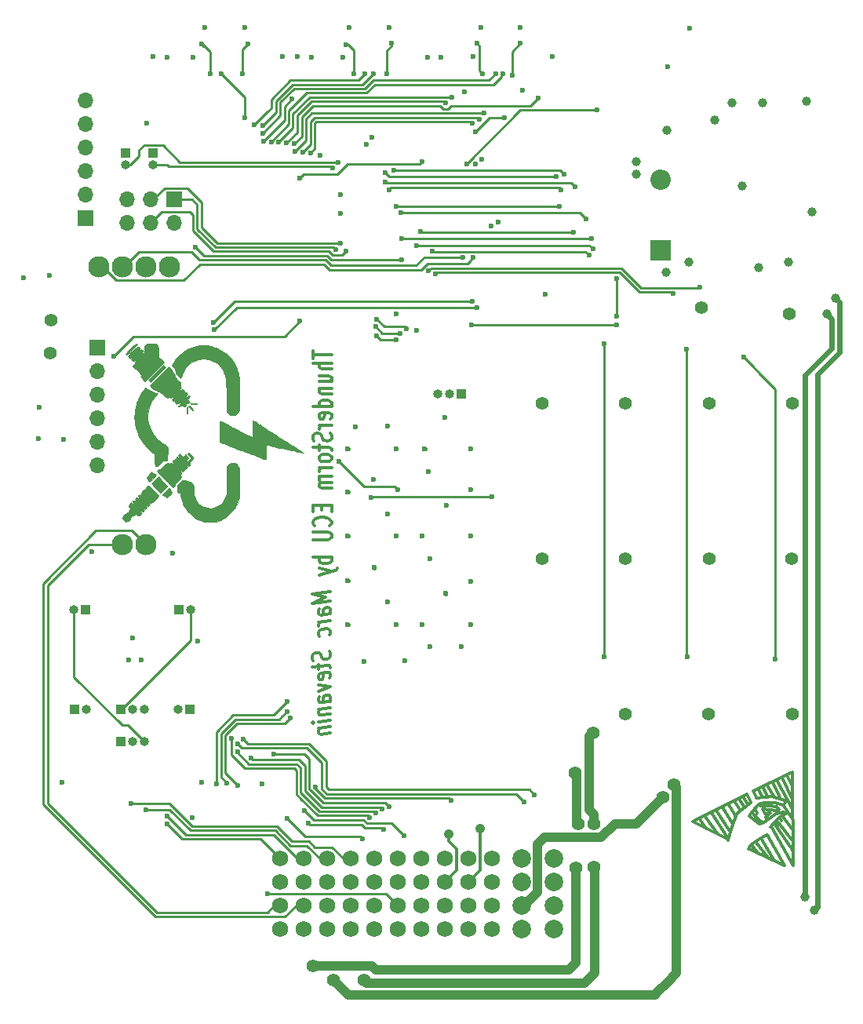
<source format=gbr>
G04 #@! TF.FileFunction,Copper,L4,Bot,Signal*
%FSLAX46Y46*%
G04 Gerber Fmt 4.6, Leading zero omitted, Abs format (unit mm)*
G04 Created by KiCad (PCBNEW 4.0.2-stable) date 26.04.2018 20:03:19*
%MOMM*%
G01*
G04 APERTURE LIST*
%ADD10C,0.100000*%
%ADD11C,0.375000*%
%ADD12C,0.304800*%
%ADD13C,0.010000*%
%ADD14C,2.300000*%
%ADD15R,1.700000X1.700000*%
%ADD16O,1.700000X1.700000*%
%ADD17R,2.200000X2.200000*%
%ADD18O,2.200000X2.200000*%
%ADD19R,1.000000X1.000000*%
%ADD20O,1.000000X1.000000*%
%ADD21C,1.750000*%
%ADD22C,2.000000*%
%ADD23C,1.000000*%
%ADD24C,0.600000*%
%ADD25C,1.400000*%
%ADD26C,0.400000*%
%ADD27C,0.250000*%
%ADD28C,1.000000*%
%ADD29C,0.600000*%
%ADD30C,0.350000*%
G04 APERTURE END LIST*
D10*
D11*
X86904762Y-116611013D02*
X84904762Y-116861013D01*
X86333333Y-117182441D01*
X84904762Y-117861013D01*
X86904762Y-117611013D01*
X86904762Y-118968156D02*
X85857143Y-119099108D01*
X85666667Y-119051489D01*
X85571429Y-118920536D01*
X85571429Y-118634822D01*
X85666667Y-118480061D01*
X86809524Y-118980061D02*
X86904762Y-118825299D01*
X86904762Y-118468156D01*
X86809524Y-118337204D01*
X86619048Y-118289584D01*
X86428571Y-118313394D01*
X86238095Y-118408632D01*
X86142857Y-118563394D01*
X86142857Y-118920537D01*
X86047619Y-119075299D01*
X86904762Y-119682442D02*
X85571429Y-119849108D01*
X85952381Y-119801489D02*
X85761905Y-119896727D01*
X85666667Y-119980061D01*
X85571429Y-120134822D01*
X85571429Y-120277679D01*
X86809524Y-121265775D02*
X86904762Y-121111013D01*
X86904762Y-120825299D01*
X86809524Y-120694346D01*
X86714286Y-120634822D01*
X86523810Y-120587203D01*
X85952381Y-120658631D01*
X85761905Y-120753870D01*
X85666667Y-120837203D01*
X85571429Y-120991965D01*
X85571429Y-121277679D01*
X85666667Y-121408632D01*
X86809524Y-122980060D02*
X86904762Y-123182441D01*
X86904762Y-123539584D01*
X86809524Y-123694346D01*
X86714286Y-123777679D01*
X86523810Y-123872917D01*
X86333333Y-123896726D01*
X86142857Y-123849108D01*
X86047619Y-123789584D01*
X85952381Y-123658631D01*
X85857143Y-123384822D01*
X85761905Y-123253869D01*
X85666667Y-123194346D01*
X85476190Y-123146726D01*
X85285714Y-123170536D01*
X85095238Y-123265774D01*
X85000000Y-123349107D01*
X84904762Y-123503870D01*
X84904762Y-123861012D01*
X85000000Y-124063393D01*
X85571429Y-124420535D02*
X85571429Y-124991964D01*
X84904762Y-124718155D02*
X86619048Y-124503869D01*
X86809524Y-124551488D01*
X86904762Y-124682441D01*
X86904762Y-124825298D01*
X86809524Y-125908631D02*
X86904762Y-125753869D01*
X86904762Y-125468155D01*
X86809524Y-125337203D01*
X86619048Y-125289583D01*
X85857143Y-125384821D01*
X85666667Y-125480060D01*
X85571429Y-125634821D01*
X85571429Y-125920535D01*
X85666667Y-126051488D01*
X85857143Y-126099107D01*
X86047619Y-126075298D01*
X86238095Y-125337202D01*
X85571429Y-126634821D02*
X86904762Y-126825298D01*
X85571429Y-127349106D01*
X86904762Y-128396726D02*
X85857143Y-128527678D01*
X85666667Y-128480059D01*
X85571429Y-128349106D01*
X85571429Y-128063392D01*
X85666667Y-127908631D01*
X86809524Y-128408631D02*
X86904762Y-128253869D01*
X86904762Y-127896726D01*
X86809524Y-127765774D01*
X86619048Y-127718154D01*
X86428571Y-127741964D01*
X86238095Y-127837202D01*
X86142857Y-127991964D01*
X86142857Y-128349107D01*
X86047619Y-128503869D01*
X85571429Y-129277678D02*
X86904762Y-129111012D01*
X85761905Y-129253869D02*
X85666667Y-129337202D01*
X85571429Y-129491964D01*
X85571429Y-129706249D01*
X85666667Y-129837202D01*
X85857143Y-129884821D01*
X86904762Y-129753869D01*
X86904762Y-130468155D02*
X85571429Y-130634821D01*
X84904762Y-130718155D02*
X85000000Y-130634821D01*
X85095238Y-130694345D01*
X85000000Y-130777678D01*
X84904762Y-130718155D01*
X85095238Y-130694345D01*
X85571429Y-131349107D02*
X86904762Y-131182441D01*
X85761905Y-131325298D02*
X85666667Y-131408631D01*
X85571429Y-131563393D01*
X85571429Y-131777678D01*
X85666667Y-131908631D01*
X85857143Y-131956250D01*
X86904762Y-131825298D01*
X85004762Y-90557143D02*
X85004762Y-91414286D01*
X87004762Y-90985715D02*
X85004762Y-90985715D01*
X87004762Y-91914286D02*
X85004762Y-91914286D01*
X87004762Y-92557143D02*
X85957143Y-92557143D01*
X85766667Y-92485714D01*
X85671429Y-92342857D01*
X85671429Y-92128572D01*
X85766667Y-91985714D01*
X85861905Y-91914286D01*
X85671429Y-93914286D02*
X87004762Y-93914286D01*
X85671429Y-93271429D02*
X86719048Y-93271429D01*
X86909524Y-93342857D01*
X87004762Y-93485715D01*
X87004762Y-93700000D01*
X86909524Y-93842857D01*
X86814286Y-93914286D01*
X85671429Y-94628572D02*
X87004762Y-94628572D01*
X85861905Y-94628572D02*
X85766667Y-94700000D01*
X85671429Y-94842858D01*
X85671429Y-95057143D01*
X85766667Y-95200000D01*
X85957143Y-95271429D01*
X87004762Y-95271429D01*
X87004762Y-96628572D02*
X85004762Y-96628572D01*
X86909524Y-96628572D02*
X87004762Y-96485715D01*
X87004762Y-96200001D01*
X86909524Y-96057143D01*
X86814286Y-95985715D01*
X86623810Y-95914286D01*
X86052381Y-95914286D01*
X85861905Y-95985715D01*
X85766667Y-96057143D01*
X85671429Y-96200001D01*
X85671429Y-96485715D01*
X85766667Y-96628572D01*
X86909524Y-97914286D02*
X87004762Y-97771429D01*
X87004762Y-97485715D01*
X86909524Y-97342858D01*
X86719048Y-97271429D01*
X85957143Y-97271429D01*
X85766667Y-97342858D01*
X85671429Y-97485715D01*
X85671429Y-97771429D01*
X85766667Y-97914286D01*
X85957143Y-97985715D01*
X86147619Y-97985715D01*
X86338095Y-97271429D01*
X87004762Y-98628572D02*
X85671429Y-98628572D01*
X86052381Y-98628572D02*
X85861905Y-98700000D01*
X85766667Y-98771429D01*
X85671429Y-98914286D01*
X85671429Y-99057143D01*
X86909524Y-99485714D02*
X87004762Y-99700000D01*
X87004762Y-100057143D01*
X86909524Y-100200000D01*
X86814286Y-100271429D01*
X86623810Y-100342857D01*
X86433333Y-100342857D01*
X86242857Y-100271429D01*
X86147619Y-100200000D01*
X86052381Y-100057143D01*
X85957143Y-99771429D01*
X85861905Y-99628571D01*
X85766667Y-99557143D01*
X85576190Y-99485714D01*
X85385714Y-99485714D01*
X85195238Y-99557143D01*
X85100000Y-99628571D01*
X85004762Y-99771429D01*
X85004762Y-100128571D01*
X85100000Y-100342857D01*
X85671429Y-100771428D02*
X85671429Y-101342857D01*
X85004762Y-100985714D02*
X86719048Y-100985714D01*
X86909524Y-101057142D01*
X87004762Y-101200000D01*
X87004762Y-101342857D01*
X87004762Y-102057143D02*
X86909524Y-101914285D01*
X86814286Y-101842857D01*
X86623810Y-101771428D01*
X86052381Y-101771428D01*
X85861905Y-101842857D01*
X85766667Y-101914285D01*
X85671429Y-102057143D01*
X85671429Y-102271428D01*
X85766667Y-102414285D01*
X85861905Y-102485714D01*
X86052381Y-102557143D01*
X86623810Y-102557143D01*
X86814286Y-102485714D01*
X86909524Y-102414285D01*
X87004762Y-102271428D01*
X87004762Y-102057143D01*
X87004762Y-103200000D02*
X85671429Y-103200000D01*
X86052381Y-103200000D02*
X85861905Y-103271428D01*
X85766667Y-103342857D01*
X85671429Y-103485714D01*
X85671429Y-103628571D01*
X87004762Y-104128571D02*
X85671429Y-104128571D01*
X85861905Y-104128571D02*
X85766667Y-104199999D01*
X85671429Y-104342857D01*
X85671429Y-104557142D01*
X85766667Y-104699999D01*
X85957143Y-104771428D01*
X87004762Y-104771428D01*
X85957143Y-104771428D02*
X85766667Y-104842857D01*
X85671429Y-104985714D01*
X85671429Y-105199999D01*
X85766667Y-105342857D01*
X85957143Y-105414285D01*
X87004762Y-105414285D01*
X85957143Y-107271428D02*
X85957143Y-107771428D01*
X87004762Y-107985714D02*
X87004762Y-107271428D01*
X85004762Y-107271428D01*
X85004762Y-107985714D01*
X86814286Y-109485714D02*
X86909524Y-109414285D01*
X87004762Y-109199999D01*
X87004762Y-109057142D01*
X86909524Y-108842857D01*
X86719048Y-108699999D01*
X86528571Y-108628571D01*
X86147619Y-108557142D01*
X85861905Y-108557142D01*
X85480952Y-108628571D01*
X85290476Y-108699999D01*
X85100000Y-108842857D01*
X85004762Y-109057142D01*
X85004762Y-109199999D01*
X85100000Y-109414285D01*
X85195238Y-109485714D01*
X85004762Y-110128571D02*
X86623810Y-110128571D01*
X86814286Y-110199999D01*
X86909524Y-110271428D01*
X87004762Y-110414285D01*
X87004762Y-110699999D01*
X86909524Y-110842857D01*
X86814286Y-110914285D01*
X86623810Y-110985714D01*
X85004762Y-110985714D01*
X87004762Y-112842857D02*
X85004762Y-112842857D01*
X85766667Y-112842857D02*
X85671429Y-112985714D01*
X85671429Y-113271428D01*
X85766667Y-113414285D01*
X85861905Y-113485714D01*
X86052381Y-113557143D01*
X86623810Y-113557143D01*
X86814286Y-113485714D01*
X86909524Y-113414285D01*
X87004762Y-113271428D01*
X87004762Y-112985714D01*
X86909524Y-112842857D01*
X85671429Y-114057143D02*
X87004762Y-114414286D01*
X85671429Y-114771428D02*
X87004762Y-114414286D01*
X87480952Y-114271428D01*
X87576190Y-114200000D01*
X87671429Y-114057143D01*
D12*
X132470360Y-140549760D02*
X132980900Y-141260960D01*
X134860500Y-141720700D02*
X136712160Y-144458820D01*
X136712160Y-144458820D02*
X136712160Y-144479140D01*
X135241500Y-141438760D02*
X136691840Y-143369160D01*
X135701240Y-140849480D02*
X136712160Y-142221080D01*
X136712160Y-142221080D02*
X136712160Y-142249020D01*
X135772360Y-139660760D02*
X136790900Y-141179680D01*
X136150820Y-136429880D02*
X136742640Y-137550020D01*
X135622500Y-136640700D02*
X136760420Y-139020680D01*
X135061160Y-136859140D02*
X136712160Y-140059540D01*
X134601420Y-137169020D02*
X135391360Y-138789540D01*
X135391360Y-138789540D02*
X135391360Y-138820020D01*
X134052780Y-137450960D02*
X134781760Y-138738740D01*
X133562560Y-137649080D02*
X134151840Y-138720960D01*
X133062180Y-137829420D02*
X133460960Y-138571100D01*
X133440640Y-143320900D02*
X134781760Y-145578960D01*
X132831040Y-143651100D02*
X134121360Y-145299560D01*
X132371300Y-143900020D02*
X133001220Y-144740760D01*
X131431500Y-138690480D02*
X131911560Y-139510900D01*
X130951440Y-138969880D02*
X131581360Y-139889360D01*
X131581360Y-139889360D02*
X131561040Y-139889360D01*
X130440900Y-139150220D02*
X131131780Y-140168760D01*
X129800820Y-139480420D02*
X130590760Y-140750420D01*
X130590760Y-140750420D02*
X130590760Y-140780900D01*
X129170900Y-139841100D02*
X130311360Y-141659740D01*
X128530820Y-140189080D02*
X129981160Y-142398880D01*
X128002500Y-140450700D02*
X129752560Y-143059280D01*
X127342100Y-140849480D02*
X128741640Y-142779880D01*
X126732500Y-141111100D02*
X127471640Y-142149960D01*
X132752300Y-140090020D02*
X132902160Y-140420220D01*
X132902160Y-140420220D02*
X132782780Y-140780900D01*
X132782780Y-140780900D02*
X133311100Y-141260960D01*
X133311100Y-141260960D02*
X133542240Y-141438760D01*
X133260300Y-139681080D02*
X134202640Y-139681080D01*
X134202640Y-139681080D02*
X135040840Y-139810620D01*
X135040840Y-139810620D02*
X135271980Y-140090020D01*
X135271980Y-140090020D02*
X134962100Y-140189080D01*
X134962100Y-140189080D02*
X133562560Y-140059540D01*
X133562560Y-140059540D02*
X133770840Y-140498960D01*
X133770840Y-140498960D02*
X134380440Y-140471020D01*
X134380440Y-140471020D02*
X133841960Y-140900280D01*
X133841960Y-140900280D02*
X133971500Y-141128880D01*
X132831040Y-138738740D02*
X132551640Y-138108820D01*
X132551640Y-138108820D02*
X136712160Y-136048880D01*
X136712160Y-136048880D02*
X136790900Y-146109820D01*
X136790900Y-146109820D02*
X134581100Y-142068680D01*
X129752560Y-143290420D02*
X126021300Y-141410820D01*
X126021300Y-141410820D02*
X131812500Y-138439020D01*
X131812500Y-138439020D02*
X132241760Y-139300080D01*
X132241760Y-139300080D02*
X132241760Y-139330560D01*
X132091900Y-144359760D02*
X135871420Y-146160620D01*
X135871420Y-146160620D02*
X134052780Y-142810360D01*
X134052780Y-142810360D02*
X134022300Y-142878940D01*
X135391360Y-140979020D02*
X135571700Y-141278740D01*
X135571700Y-141278740D02*
X135571700Y-141309220D01*
X134860500Y-141509880D02*
X135211020Y-141768960D01*
X129800820Y-143399640D02*
X130082760Y-142449680D01*
X130082760Y-142449680D02*
X130750780Y-140549760D01*
X130750780Y-140549760D02*
X132262080Y-139320400D01*
X132820880Y-138820020D02*
X134502360Y-138710800D01*
X134502360Y-138710800D02*
X136171140Y-139208640D01*
X136171140Y-139208640D02*
X135752040Y-139579480D01*
X135752040Y-139579480D02*
X134880820Y-139350880D01*
X134880820Y-139350880D02*
X133821640Y-139350880D01*
X133821640Y-139350880D02*
X133280620Y-139429620D01*
X133280620Y-139429620D02*
X133232360Y-139480420D01*
X133232360Y-139480420D02*
X132902160Y-139729340D01*
X132902160Y-139729340D02*
X132272240Y-140570080D01*
X132272240Y-140570080D02*
X132122380Y-140798680D01*
X132122380Y-140798680D02*
X133212040Y-141659740D01*
X133212040Y-141659740D02*
X133722580Y-141509880D01*
X133722580Y-141509880D02*
X134992580Y-140498960D01*
X134992580Y-140498960D02*
X135772360Y-140338940D01*
X135772360Y-140338940D02*
X136082240Y-140570080D01*
X136082240Y-140570080D02*
X135421840Y-140879960D01*
X135421840Y-140879960D02*
X134911300Y-141390500D01*
X134911300Y-141390500D02*
X134380440Y-142000100D01*
X133941020Y-142858620D02*
X133110440Y-143369160D01*
X133110440Y-143369160D02*
X132571960Y-143699360D01*
X132571960Y-143699360D02*
X132142700Y-143978760D01*
X132142700Y-143978760D02*
X132010620Y-144308960D01*
D13*
G36*
X75062030Y-98222826D02*
X75132588Y-98247971D01*
X75252090Y-98301078D01*
X75425518Y-98384608D01*
X75657857Y-98501020D01*
X75954089Y-98652774D01*
X76319198Y-98842331D01*
X76359000Y-98863100D01*
X76533874Y-98954265D01*
X76687875Y-99034319D01*
X76801048Y-99092901D01*
X76845833Y-99115860D01*
X76940113Y-99163924D01*
X77060741Y-99225874D01*
X77078667Y-99235115D01*
X77494283Y-99448906D01*
X77835988Y-99623294D01*
X78104596Y-99758685D01*
X78300919Y-99855487D01*
X78425771Y-99914104D01*
X78479965Y-99934942D01*
X78480924Y-99935000D01*
X78491790Y-99894701D01*
X78501398Y-99781934D01*
X78509254Y-99608895D01*
X78514863Y-99387778D01*
X78517731Y-99130779D01*
X78518000Y-99020792D01*
X78518000Y-98106585D01*
X78761417Y-98243348D01*
X78889109Y-98317923D01*
X78984750Y-98379058D01*
X79026000Y-98411926D01*
X79072119Y-98448560D01*
X79168963Y-98509775D01*
X79258175Y-98561272D01*
X79385313Y-98636380D01*
X79486831Y-98703961D01*
X79526060Y-98735679D01*
X79610076Y-98801055D01*
X79674884Y-98839425D01*
X79758439Y-98886981D01*
X79883101Y-98963434D01*
X79999667Y-99037878D01*
X80226713Y-99184755D01*
X80475359Y-99343631D01*
X80765890Y-99527434D01*
X80931000Y-99631339D01*
X81080662Y-99727165D01*
X81215481Y-99816552D01*
X81307817Y-99881148D01*
X81312000Y-99884286D01*
X81410185Y-99950837D01*
X81545514Y-100033501D01*
X81629500Y-100081449D01*
X81748562Y-100150515D01*
X81834371Y-100206193D01*
X81862333Y-100229720D01*
X81908492Y-100265852D01*
X82005476Y-100326533D01*
X82095167Y-100377886D01*
X82214228Y-100446812D01*
X82300037Y-100502237D01*
X82328000Y-100525545D01*
X82373825Y-100561866D01*
X82470132Y-100623772D01*
X82560833Y-100677466D01*
X82679256Y-100747120D01*
X82764966Y-100800860D01*
X82793667Y-100821968D01*
X82854303Y-100873018D01*
X82947699Y-100938170D01*
X83043755Y-100997955D01*
X83112373Y-101032902D01*
X83124034Y-101035667D01*
X83177785Y-101061049D01*
X83263396Y-101123845D01*
X83284499Y-101141558D01*
X83410991Y-101234825D01*
X83545924Y-101313261D01*
X83549201Y-101314832D01*
X83664694Y-101376633D01*
X83755415Y-101436527D01*
X83760868Y-101440970D01*
X83853133Y-101515044D01*
X83915500Y-101562683D01*
X83969211Y-101609809D01*
X83972759Y-101626987D01*
X83923966Y-101617569D01*
X83808657Y-101590779D01*
X83642309Y-101550337D01*
X83440404Y-101499966D01*
X83362181Y-101480167D01*
X83145417Y-101426538D01*
X82952778Y-101381558D01*
X82801693Y-101349102D01*
X82709591Y-101333043D01*
X82695594Y-101332000D01*
X82626249Y-101322581D01*
X82491509Y-101296662D01*
X82308247Y-101257751D01*
X82093336Y-101209354D01*
X81993838Y-101186133D01*
X81715968Y-101120802D01*
X81392227Y-101045030D01*
X81059250Y-100967373D01*
X80753674Y-100896388D01*
X80698167Y-100883535D01*
X80467229Y-100829676D01*
X80263487Y-100781368D01*
X80102033Y-100742251D01*
X79997960Y-100715966D01*
X79967917Y-100707372D01*
X79948800Y-100718576D01*
X79934582Y-100773938D01*
X79924685Y-100882117D01*
X79918527Y-101051769D01*
X79915529Y-101291554D01*
X79915000Y-101497611D01*
X79915000Y-102307280D01*
X79798583Y-102281564D01*
X79739275Y-102265385D01*
X79650415Y-102235614D01*
X79523639Y-102189042D01*
X79350582Y-102122461D01*
X79122880Y-102032663D01*
X78832168Y-101916438D01*
X78539167Y-101798464D01*
X78366650Y-101730913D01*
X78208953Y-101672753D01*
X78093927Y-101634158D01*
X78073500Y-101628333D01*
X77975097Y-101596855D01*
X77826394Y-101542946D01*
X77655218Y-101476797D01*
X77607833Y-101457787D01*
X77269724Y-101321433D01*
X77002869Y-101214996D01*
X76800363Y-101135836D01*
X76655302Y-101081313D01*
X76560785Y-101048787D01*
X76509906Y-101035618D01*
X76502439Y-101035040D01*
X76443191Y-101018817D01*
X76330270Y-100975418D01*
X76186598Y-100913742D01*
X76166097Y-100904501D01*
X75971008Y-100820897D01*
X75756506Y-100736248D01*
X75599325Y-100679427D01*
X75424057Y-100617260D01*
X75251465Y-100551445D01*
X75141917Y-100506113D01*
X74962000Y-100426706D01*
X74962000Y-98197720D01*
X75062030Y-98222826D01*
X75062030Y-98222826D01*
G37*
X75062030Y-98222826D02*
X75132588Y-98247971D01*
X75252090Y-98301078D01*
X75425518Y-98384608D01*
X75657857Y-98501020D01*
X75954089Y-98652774D01*
X76319198Y-98842331D01*
X76359000Y-98863100D01*
X76533874Y-98954265D01*
X76687875Y-99034319D01*
X76801048Y-99092901D01*
X76845833Y-99115860D01*
X76940113Y-99163924D01*
X77060741Y-99225874D01*
X77078667Y-99235115D01*
X77494283Y-99448906D01*
X77835988Y-99623294D01*
X78104596Y-99758685D01*
X78300919Y-99855487D01*
X78425771Y-99914104D01*
X78479965Y-99934942D01*
X78480924Y-99935000D01*
X78491790Y-99894701D01*
X78501398Y-99781934D01*
X78509254Y-99608895D01*
X78514863Y-99387778D01*
X78517731Y-99130779D01*
X78518000Y-99020792D01*
X78518000Y-98106585D01*
X78761417Y-98243348D01*
X78889109Y-98317923D01*
X78984750Y-98379058D01*
X79026000Y-98411926D01*
X79072119Y-98448560D01*
X79168963Y-98509775D01*
X79258175Y-98561272D01*
X79385313Y-98636380D01*
X79486831Y-98703961D01*
X79526060Y-98735679D01*
X79610076Y-98801055D01*
X79674884Y-98839425D01*
X79758439Y-98886981D01*
X79883101Y-98963434D01*
X79999667Y-99037878D01*
X80226713Y-99184755D01*
X80475359Y-99343631D01*
X80765890Y-99527434D01*
X80931000Y-99631339D01*
X81080662Y-99727165D01*
X81215481Y-99816552D01*
X81307817Y-99881148D01*
X81312000Y-99884286D01*
X81410185Y-99950837D01*
X81545514Y-100033501D01*
X81629500Y-100081449D01*
X81748562Y-100150515D01*
X81834371Y-100206193D01*
X81862333Y-100229720D01*
X81908492Y-100265852D01*
X82005476Y-100326533D01*
X82095167Y-100377886D01*
X82214228Y-100446812D01*
X82300037Y-100502237D01*
X82328000Y-100525545D01*
X82373825Y-100561866D01*
X82470132Y-100623772D01*
X82560833Y-100677466D01*
X82679256Y-100747120D01*
X82764966Y-100800860D01*
X82793667Y-100821968D01*
X82854303Y-100873018D01*
X82947699Y-100938170D01*
X83043755Y-100997955D01*
X83112373Y-101032902D01*
X83124034Y-101035667D01*
X83177785Y-101061049D01*
X83263396Y-101123845D01*
X83284499Y-101141558D01*
X83410991Y-101234825D01*
X83545924Y-101313261D01*
X83549201Y-101314832D01*
X83664694Y-101376633D01*
X83755415Y-101436527D01*
X83760868Y-101440970D01*
X83853133Y-101515044D01*
X83915500Y-101562683D01*
X83969211Y-101609809D01*
X83972759Y-101626987D01*
X83923966Y-101617569D01*
X83808657Y-101590779D01*
X83642309Y-101550337D01*
X83440404Y-101499966D01*
X83362181Y-101480167D01*
X83145417Y-101426538D01*
X82952778Y-101381558D01*
X82801693Y-101349102D01*
X82709591Y-101333043D01*
X82695594Y-101332000D01*
X82626249Y-101322581D01*
X82491509Y-101296662D01*
X82308247Y-101257751D01*
X82093336Y-101209354D01*
X81993838Y-101186133D01*
X81715968Y-101120802D01*
X81392227Y-101045030D01*
X81059250Y-100967373D01*
X80753674Y-100896388D01*
X80698167Y-100883535D01*
X80467229Y-100829676D01*
X80263487Y-100781368D01*
X80102033Y-100742251D01*
X79997960Y-100715966D01*
X79967917Y-100707372D01*
X79948800Y-100718576D01*
X79934582Y-100773938D01*
X79924685Y-100882117D01*
X79918527Y-101051769D01*
X79915529Y-101291554D01*
X79915000Y-101497611D01*
X79915000Y-102307280D01*
X79798583Y-102281564D01*
X79739275Y-102265385D01*
X79650415Y-102235614D01*
X79523639Y-102189042D01*
X79350582Y-102122461D01*
X79122880Y-102032663D01*
X78832168Y-101916438D01*
X78539167Y-101798464D01*
X78366650Y-101730913D01*
X78208953Y-101672753D01*
X78093927Y-101634158D01*
X78073500Y-101628333D01*
X77975097Y-101596855D01*
X77826394Y-101542946D01*
X77655218Y-101476797D01*
X77607833Y-101457787D01*
X77269724Y-101321433D01*
X77002869Y-101214996D01*
X76800363Y-101135836D01*
X76655302Y-101081313D01*
X76560785Y-101048787D01*
X76509906Y-101035618D01*
X76502439Y-101035040D01*
X76443191Y-101018817D01*
X76330270Y-100975418D01*
X76186598Y-100913742D01*
X76166097Y-100904501D01*
X75971008Y-100820897D01*
X75756506Y-100736248D01*
X75599325Y-100679427D01*
X75424057Y-100617260D01*
X75251465Y-100551445D01*
X75141917Y-100506113D01*
X74962000Y-100426706D01*
X74962000Y-98197720D01*
X75062030Y-98222826D01*
G36*
X70379815Y-105450210D02*
X70402756Y-105078500D01*
X70984124Y-104515418D01*
X71226812Y-104575564D01*
X71478333Y-104639980D01*
X71661915Y-104693734D01*
X71792480Y-104743545D01*
X71884952Y-104796136D01*
X71954252Y-104858225D01*
X72009250Y-104927928D01*
X72057826Y-105000507D01*
X72090593Y-105068398D01*
X72110655Y-105150055D01*
X72121116Y-105263932D01*
X72125083Y-105428482D01*
X72125667Y-105619844D01*
X72128266Y-105867027D01*
X72139443Y-106054655D01*
X72164268Y-106207766D01*
X72207809Y-106351398D01*
X72275136Y-106510590D01*
X72328901Y-106623667D01*
X72400161Y-106746967D01*
X72495472Y-106881873D01*
X72599118Y-107009568D01*
X72695383Y-107111230D01*
X72768553Y-107168041D01*
X72788460Y-107174000D01*
X72840430Y-107197337D01*
X72845333Y-107213227D01*
X72883170Y-107267427D01*
X72983978Y-107334092D01*
X73128699Y-107404709D01*
X73298278Y-107470763D01*
X73473658Y-107523742D01*
X73599220Y-107550040D01*
X73987676Y-107571642D01*
X74355074Y-107514138D01*
X74693565Y-107382054D01*
X74995301Y-107179914D01*
X75252433Y-106912243D01*
X75457112Y-106583567D01*
X75519826Y-106442816D01*
X75659752Y-106094500D01*
X75681293Y-104591667D01*
X75688448Y-104155543D01*
X75696407Y-103798299D01*
X75705442Y-103514151D01*
X75715826Y-103297315D01*
X75727831Y-103142005D01*
X75741731Y-103042437D01*
X75756528Y-102994912D01*
X75851274Y-102891031D01*
X75999050Y-102793022D01*
X76168899Y-102717448D01*
X76329863Y-102680875D01*
X76345163Y-102679964D01*
X76563784Y-102711744D01*
X76759895Y-102818581D01*
X76919178Y-102991267D01*
X76972969Y-103083851D01*
X77078667Y-103295957D01*
X77074519Y-104674062D01*
X77071318Y-105152061D01*
X77064792Y-105547681D01*
X77054861Y-105863149D01*
X77041448Y-106100691D01*
X77024473Y-106262532D01*
X77016753Y-106306167D01*
X76932327Y-106667904D01*
X76848945Y-106948791D01*
X76767116Y-107147194D01*
X76741489Y-107192757D01*
X76685520Y-107294792D01*
X76656475Y-107370150D01*
X76655333Y-107379714D01*
X76626188Y-107455207D01*
X76546796Y-107574568D01*
X76429227Y-107724345D01*
X76285547Y-107891087D01*
X76127823Y-108061343D01*
X75968124Y-108221661D01*
X75818516Y-108358590D01*
X75691068Y-108458679D01*
X75681656Y-108465048D01*
X75570747Y-108541714D01*
X75491102Y-108601929D01*
X75467484Y-108623827D01*
X75420834Y-108651723D01*
X75312328Y-108703096D01*
X75158835Y-108770275D01*
X75001817Y-108835612D01*
X74559833Y-109015500D01*
X73205167Y-109015500D01*
X72803503Y-108852455D01*
X72577201Y-108756675D01*
X72403297Y-108671903D01*
X72253636Y-108583072D01*
X72104500Y-108478410D01*
X71964491Y-108365639D01*
X71799969Y-108220014D01*
X71636658Y-108065514D01*
X71500283Y-107926116D01*
X71446456Y-107865030D01*
X71366111Y-107757165D01*
X71270129Y-107612701D01*
X71169566Y-107450415D01*
X71075481Y-107289084D01*
X70998931Y-107147486D01*
X70950973Y-107044398D01*
X70940333Y-107005547D01*
X70927615Y-106948028D01*
X70893924Y-106833061D01*
X70845957Y-106683217D01*
X70834500Y-106648844D01*
X70781995Y-106466757D01*
X70744125Y-106286446D01*
X70728708Y-106145503D01*
X70728667Y-106139953D01*
X70721057Y-106014506D01*
X70694495Y-105956140D01*
X70663064Y-105946333D01*
X70580259Y-105927679D01*
X70477168Y-105884127D01*
X70356874Y-105821921D01*
X70379815Y-105450210D01*
X70379815Y-105450210D01*
G37*
X70379815Y-105450210D02*
X70402756Y-105078500D01*
X70984124Y-104515418D01*
X71226812Y-104575564D01*
X71478333Y-104639980D01*
X71661915Y-104693734D01*
X71792480Y-104743545D01*
X71884952Y-104796136D01*
X71954252Y-104858225D01*
X72009250Y-104927928D01*
X72057826Y-105000507D01*
X72090593Y-105068398D01*
X72110655Y-105150055D01*
X72121116Y-105263932D01*
X72125083Y-105428482D01*
X72125667Y-105619844D01*
X72128266Y-105867027D01*
X72139443Y-106054655D01*
X72164268Y-106207766D01*
X72207809Y-106351398D01*
X72275136Y-106510590D01*
X72328901Y-106623667D01*
X72400161Y-106746967D01*
X72495472Y-106881873D01*
X72599118Y-107009568D01*
X72695383Y-107111230D01*
X72768553Y-107168041D01*
X72788460Y-107174000D01*
X72840430Y-107197337D01*
X72845333Y-107213227D01*
X72883170Y-107267427D01*
X72983978Y-107334092D01*
X73128699Y-107404709D01*
X73298278Y-107470763D01*
X73473658Y-107523742D01*
X73599220Y-107550040D01*
X73987676Y-107571642D01*
X74355074Y-107514138D01*
X74693565Y-107382054D01*
X74995301Y-107179914D01*
X75252433Y-106912243D01*
X75457112Y-106583567D01*
X75519826Y-106442816D01*
X75659752Y-106094500D01*
X75681293Y-104591667D01*
X75688448Y-104155543D01*
X75696407Y-103798299D01*
X75705442Y-103514151D01*
X75715826Y-103297315D01*
X75727831Y-103142005D01*
X75741731Y-103042437D01*
X75756528Y-102994912D01*
X75851274Y-102891031D01*
X75999050Y-102793022D01*
X76168899Y-102717448D01*
X76329863Y-102680875D01*
X76345163Y-102679964D01*
X76563784Y-102711744D01*
X76759895Y-102818581D01*
X76919178Y-102991267D01*
X76972969Y-103083851D01*
X77078667Y-103295957D01*
X77074519Y-104674062D01*
X77071318Y-105152061D01*
X77064792Y-105547681D01*
X77054861Y-105863149D01*
X77041448Y-106100691D01*
X77024473Y-106262532D01*
X77016753Y-106306167D01*
X76932327Y-106667904D01*
X76848945Y-106948791D01*
X76767116Y-107147194D01*
X76741489Y-107192757D01*
X76685520Y-107294792D01*
X76656475Y-107370150D01*
X76655333Y-107379714D01*
X76626188Y-107455207D01*
X76546796Y-107574568D01*
X76429227Y-107724345D01*
X76285547Y-107891087D01*
X76127823Y-108061343D01*
X75968124Y-108221661D01*
X75818516Y-108358590D01*
X75691068Y-108458679D01*
X75681656Y-108465048D01*
X75570747Y-108541714D01*
X75491102Y-108601929D01*
X75467484Y-108623827D01*
X75420834Y-108651723D01*
X75312328Y-108703096D01*
X75158835Y-108770275D01*
X75001817Y-108835612D01*
X74559833Y-109015500D01*
X73205167Y-109015500D01*
X72803503Y-108852455D01*
X72577201Y-108756675D01*
X72403297Y-108671903D01*
X72253636Y-108583072D01*
X72104500Y-108478410D01*
X71964491Y-108365639D01*
X71799969Y-108220014D01*
X71636658Y-108065514D01*
X71500283Y-107926116D01*
X71446456Y-107865030D01*
X71366111Y-107757165D01*
X71270129Y-107612701D01*
X71169566Y-107450415D01*
X71075481Y-107289084D01*
X70998931Y-107147486D01*
X70950973Y-107044398D01*
X70940333Y-107005547D01*
X70927615Y-106948028D01*
X70893924Y-106833061D01*
X70845957Y-106683217D01*
X70834500Y-106648844D01*
X70781995Y-106466757D01*
X70744125Y-106286446D01*
X70728708Y-106145503D01*
X70728667Y-106139953D01*
X70721057Y-106014506D01*
X70694495Y-105956140D01*
X70663064Y-105946333D01*
X70580259Y-105927679D01*
X70477168Y-105884127D01*
X70356874Y-105821921D01*
X70379815Y-105450210D01*
G36*
X69777350Y-92092316D02*
X69837797Y-91991680D01*
X69926435Y-91853299D01*
X70007573Y-91731229D01*
X70227089Y-91439101D01*
X70481410Y-91155514D01*
X70751479Y-90899046D01*
X71018234Y-90688273D01*
X71188351Y-90580338D01*
X71292141Y-90521515D01*
X71427571Y-90443762D01*
X71492707Y-90406068D01*
X71665974Y-90323522D01*
X71899654Y-90237574D01*
X72170149Y-90155319D01*
X72453858Y-90083848D01*
X72727183Y-90030255D01*
X72760667Y-90024979D01*
X73173584Y-89996712D01*
X73613265Y-90029321D01*
X74035465Y-90116622D01*
X74213254Y-90165329D01*
X74382084Y-90210688D01*
X74506187Y-90243092D01*
X74508747Y-90243739D01*
X74653092Y-90294766D01*
X74802272Y-90368400D01*
X74826247Y-90382851D01*
X74970029Y-90466989D01*
X75119139Y-90545436D01*
X75139914Y-90555433D01*
X75274224Y-90631931D01*
X75395198Y-90721072D01*
X75406679Y-90731374D01*
X75488182Y-90799415D01*
X75543892Y-90832676D01*
X75548174Y-90833333D01*
X75596677Y-90863220D01*
X75686173Y-90943251D01*
X75802913Y-91058983D01*
X75933144Y-91195974D01*
X76063117Y-91339782D01*
X76179080Y-91475964D01*
X76263116Y-91584244D01*
X76422097Y-91812487D01*
X76543881Y-92002149D01*
X76623246Y-92144542D01*
X76654974Y-92230979D01*
X76655333Y-92236989D01*
X76678276Y-92315707D01*
X76717008Y-92384214D01*
X76763123Y-92478681D01*
X76819425Y-92637567D01*
X76880503Y-92842074D01*
X76940948Y-93073401D01*
X76995348Y-93312751D01*
X77019955Y-93436833D01*
X77036559Y-93559833D01*
X77050020Y-93737322D01*
X77060501Y-93974812D01*
X77068165Y-94277815D01*
X77073174Y-94651843D01*
X77075689Y-95102409D01*
X77076056Y-95341833D01*
X77075988Y-95756951D01*
X77075097Y-96096216D01*
X77072998Y-96368442D01*
X77069302Y-96582441D01*
X77063622Y-96747028D01*
X77055571Y-96871015D01*
X77044761Y-96963216D01*
X77030805Y-97032443D01*
X77013315Y-97087510D01*
X76997678Y-97124748D01*
X76874091Y-97312868D01*
X76705886Y-97452816D01*
X76511305Y-97536869D01*
X76308590Y-97557304D01*
X76115983Y-97506396D01*
X76106981Y-97501858D01*
X75959106Y-97404736D01*
X75826962Y-97282235D01*
X75733382Y-97157855D01*
X75704074Y-97087230D01*
X75699127Y-97025176D01*
X75693949Y-96888095D01*
X75688723Y-96685628D01*
X75683632Y-96427412D01*
X75678860Y-96123088D01*
X75674589Y-95782294D01*
X75671003Y-95414670D01*
X75670080Y-95299500D01*
X75657198Y-93606167D01*
X75537970Y-93256249D01*
X75470783Y-93075685D01*
X75398768Y-92908441D01*
X75335067Y-92784469D01*
X75321609Y-92763198D01*
X75251785Y-92649294D01*
X75202909Y-92550071D01*
X75197421Y-92534819D01*
X75142747Y-92448863D01*
X75066182Y-92381311D01*
X74990445Y-92315907D01*
X74960397Y-92261108D01*
X74928184Y-92208808D01*
X74846650Y-92127877D01*
X74765546Y-92061000D01*
X74650767Y-91971680D01*
X74559666Y-91898438D01*
X74523732Y-91867719D01*
X74443565Y-91814784D01*
X74307360Y-91745066D01*
X74139179Y-91669216D01*
X73963083Y-91597885D01*
X73803133Y-91541725D01*
X73755500Y-91527646D01*
X73566784Y-91493116D01*
X73330134Y-91474705D01*
X73075840Y-91472377D01*
X72834190Y-91486096D01*
X72635476Y-91515826D01*
X72584822Y-91529041D01*
X72200114Y-91676765D01*
X71847400Y-91872615D01*
X71548340Y-92103869D01*
X71463014Y-92188000D01*
X71364611Y-92291985D01*
X71278578Y-92382955D01*
X71217535Y-92458123D01*
X71194333Y-92505959D01*
X71170718Y-92558058D01*
X71111665Y-92647313D01*
X71086946Y-92680634D01*
X71024195Y-92786179D01*
X70950832Y-92944338D01*
X70879779Y-93126395D01*
X70858766Y-93187660D01*
X70737974Y-93553893D01*
X70663095Y-93439613D01*
X70572558Y-93342366D01*
X70452946Y-93259428D01*
X70442407Y-93254083D01*
X70345934Y-93191201D01*
X70277135Y-93098837D01*
X70216299Y-92951625D01*
X70171513Y-92805104D01*
X70142364Y-92676034D01*
X70136000Y-92617767D01*
X70096565Y-92510464D01*
X69979004Y-92374933D01*
X69945500Y-92343938D01*
X69844516Y-92248060D01*
X69775448Y-92172659D01*
X69755000Y-92139208D01*
X69777350Y-92092316D01*
X69777350Y-92092316D01*
G37*
X69777350Y-92092316D02*
X69837797Y-91991680D01*
X69926435Y-91853299D01*
X70007573Y-91731229D01*
X70227089Y-91439101D01*
X70481410Y-91155514D01*
X70751479Y-90899046D01*
X71018234Y-90688273D01*
X71188351Y-90580338D01*
X71292141Y-90521515D01*
X71427571Y-90443762D01*
X71492707Y-90406068D01*
X71665974Y-90323522D01*
X71899654Y-90237574D01*
X72170149Y-90155319D01*
X72453858Y-90083848D01*
X72727183Y-90030255D01*
X72760667Y-90024979D01*
X73173584Y-89996712D01*
X73613265Y-90029321D01*
X74035465Y-90116622D01*
X74213254Y-90165329D01*
X74382084Y-90210688D01*
X74506187Y-90243092D01*
X74508747Y-90243739D01*
X74653092Y-90294766D01*
X74802272Y-90368400D01*
X74826247Y-90382851D01*
X74970029Y-90466989D01*
X75119139Y-90545436D01*
X75139914Y-90555433D01*
X75274224Y-90631931D01*
X75395198Y-90721072D01*
X75406679Y-90731374D01*
X75488182Y-90799415D01*
X75543892Y-90832676D01*
X75548174Y-90833333D01*
X75596677Y-90863220D01*
X75686173Y-90943251D01*
X75802913Y-91058983D01*
X75933144Y-91195974D01*
X76063117Y-91339782D01*
X76179080Y-91475964D01*
X76263116Y-91584244D01*
X76422097Y-91812487D01*
X76543881Y-92002149D01*
X76623246Y-92144542D01*
X76654974Y-92230979D01*
X76655333Y-92236989D01*
X76678276Y-92315707D01*
X76717008Y-92384214D01*
X76763123Y-92478681D01*
X76819425Y-92637567D01*
X76880503Y-92842074D01*
X76940948Y-93073401D01*
X76995348Y-93312751D01*
X77019955Y-93436833D01*
X77036559Y-93559833D01*
X77050020Y-93737322D01*
X77060501Y-93974812D01*
X77068165Y-94277815D01*
X77073174Y-94651843D01*
X77075689Y-95102409D01*
X77076056Y-95341833D01*
X77075988Y-95756951D01*
X77075097Y-96096216D01*
X77072998Y-96368442D01*
X77069302Y-96582441D01*
X77063622Y-96747028D01*
X77055571Y-96871015D01*
X77044761Y-96963216D01*
X77030805Y-97032443D01*
X77013315Y-97087510D01*
X76997678Y-97124748D01*
X76874091Y-97312868D01*
X76705886Y-97452816D01*
X76511305Y-97536869D01*
X76308590Y-97557304D01*
X76115983Y-97506396D01*
X76106981Y-97501858D01*
X75959106Y-97404736D01*
X75826962Y-97282235D01*
X75733382Y-97157855D01*
X75704074Y-97087230D01*
X75699127Y-97025176D01*
X75693949Y-96888095D01*
X75688723Y-96685628D01*
X75683632Y-96427412D01*
X75678860Y-96123088D01*
X75674589Y-95782294D01*
X75671003Y-95414670D01*
X75670080Y-95299500D01*
X75657198Y-93606167D01*
X75537970Y-93256249D01*
X75470783Y-93075685D01*
X75398768Y-92908441D01*
X75335067Y-92784469D01*
X75321609Y-92763198D01*
X75251785Y-92649294D01*
X75202909Y-92550071D01*
X75197421Y-92534819D01*
X75142747Y-92448863D01*
X75066182Y-92381311D01*
X74990445Y-92315907D01*
X74960397Y-92261108D01*
X74928184Y-92208808D01*
X74846650Y-92127877D01*
X74765546Y-92061000D01*
X74650767Y-91971680D01*
X74559666Y-91898438D01*
X74523732Y-91867719D01*
X74443565Y-91814784D01*
X74307360Y-91745066D01*
X74139179Y-91669216D01*
X73963083Y-91597885D01*
X73803133Y-91541725D01*
X73755500Y-91527646D01*
X73566784Y-91493116D01*
X73330134Y-91474705D01*
X73075840Y-91472377D01*
X72834190Y-91486096D01*
X72635476Y-91515826D01*
X72584822Y-91529041D01*
X72200114Y-91676765D01*
X71847400Y-91872615D01*
X71548340Y-92103869D01*
X71463014Y-92188000D01*
X71364611Y-92291985D01*
X71278578Y-92382955D01*
X71217535Y-92458123D01*
X71194333Y-92505959D01*
X71170718Y-92558058D01*
X71111665Y-92647313D01*
X71086946Y-92680634D01*
X71024195Y-92786179D01*
X70950832Y-92944338D01*
X70879779Y-93126395D01*
X70858766Y-93187660D01*
X70737974Y-93553893D01*
X70663095Y-93439613D01*
X70572558Y-93342366D01*
X70452946Y-93259428D01*
X70442407Y-93254083D01*
X70345934Y-93191201D01*
X70277135Y-93098837D01*
X70216299Y-92951625D01*
X70171513Y-92805104D01*
X70142364Y-92676034D01*
X70136000Y-92617767D01*
X70096565Y-92510464D01*
X69979004Y-92374933D01*
X69945500Y-92343938D01*
X69844516Y-92248060D01*
X69775448Y-92172659D01*
X69755000Y-92139208D01*
X69777350Y-92092316D01*
G36*
X71802951Y-96282919D02*
X71860828Y-96263366D01*
X71975662Y-96254022D01*
X72125667Y-96252000D01*
X72299433Y-96254991D01*
X72403717Y-96265843D01*
X72453552Y-96287374D01*
X72464333Y-96315500D01*
X72448382Y-96348081D01*
X72390505Y-96367635D01*
X72275671Y-96376979D01*
X72125667Y-96379000D01*
X71951900Y-96376009D01*
X71847616Y-96365157D01*
X71797781Y-96343626D01*
X71787000Y-96315500D01*
X71802951Y-96282919D01*
X71802951Y-96282919D01*
G37*
X71802951Y-96282919D02*
X71860828Y-96263366D01*
X71975662Y-96254022D01*
X72125667Y-96252000D01*
X72299433Y-96254991D01*
X72403717Y-96265843D01*
X72453552Y-96287374D01*
X72464333Y-96315500D01*
X72448382Y-96348081D01*
X72390505Y-96367635D01*
X72275671Y-96376979D01*
X72125667Y-96379000D01*
X71951900Y-96376009D01*
X71847616Y-96365157D01*
X71797781Y-96343626D01*
X71787000Y-96315500D01*
X71802951Y-96282919D01*
G36*
X71599368Y-96508606D02*
X71669051Y-96526817D01*
X71780748Y-96610316D01*
X71883841Y-96708538D01*
X72014669Y-96853634D01*
X72076185Y-96952702D01*
X72068110Y-97005150D01*
X72028825Y-97014000D01*
X71970731Y-96984544D01*
X71879058Y-96909559D01*
X71773748Y-96809120D01*
X71674742Y-96703304D01*
X71601982Y-96612186D01*
X71575333Y-96557463D01*
X71599368Y-96508606D01*
X71599368Y-96508606D01*
G37*
X71599368Y-96508606D02*
X71669051Y-96526817D01*
X71780748Y-96610316D01*
X71883841Y-96708538D01*
X72014669Y-96853634D01*
X72076185Y-96952702D01*
X72068110Y-97005150D01*
X72028825Y-97014000D01*
X71970731Y-96984544D01*
X71879058Y-96909559D01*
X71773748Y-96809120D01*
X71674742Y-96703304D01*
X71601982Y-96612186D01*
X71575333Y-96557463D01*
X71599368Y-96508606D01*
G36*
X68219628Y-103451144D02*
X68293958Y-103370666D01*
X68383826Y-103333381D01*
X68426422Y-103338865D01*
X68480960Y-103331952D01*
X68568953Y-103276546D01*
X68697914Y-103167054D01*
X68846160Y-103026499D01*
X69026980Y-102857503D01*
X69165410Y-102748853D01*
X69272774Y-102695446D01*
X69360399Y-102692184D01*
X69439609Y-102733967D01*
X69459045Y-102750510D01*
X69517430Y-102789538D01*
X69568397Y-102768425D01*
X69606833Y-102729000D01*
X69668267Y-102671742D01*
X69716679Y-102677062D01*
X69762871Y-102714957D01*
X69846128Y-102758332D01*
X69901118Y-102737982D01*
X69907442Y-102674141D01*
X69868363Y-102610320D01*
X69825142Y-102551745D01*
X69834893Y-102503516D01*
X69899236Y-102436360D01*
X69980730Y-102373914D01*
X70048256Y-102370162D01*
X70093298Y-102390136D01*
X70183752Y-102419618D01*
X70217652Y-102388675D01*
X70187583Y-102304884D01*
X70183394Y-102298040D01*
X70154242Y-102231455D01*
X70173783Y-102172125D01*
X70240262Y-102098882D01*
X70315775Y-102028999D01*
X70359710Y-102014959D01*
X70399842Y-102052227D01*
X70413674Y-102070558D01*
X70471330Y-102124438D01*
X70522063Y-102105818D01*
X70524625Y-102103309D01*
X70548658Y-102048121D01*
X70504924Y-101977053D01*
X70503363Y-101975320D01*
X70460749Y-101917610D01*
X70469642Y-101869591D01*
X70536402Y-101799326D01*
X70538862Y-101797013D01*
X70645265Y-101697053D01*
X70981973Y-102025839D01*
X71101053Y-101911753D01*
X71187767Y-101838263D01*
X71253062Y-101799469D01*
X71262429Y-101797667D01*
X71316512Y-101826802D01*
X71398947Y-101897891D01*
X71485589Y-101986459D01*
X71552294Y-102068032D01*
X71575333Y-102114866D01*
X71548441Y-102167352D01*
X71481749Y-102249918D01*
X71461016Y-102272188D01*
X71390078Y-102352431D01*
X71373889Y-102402461D01*
X71406119Y-102450696D01*
X71418440Y-102463250D01*
X71463797Y-102499685D01*
X71508553Y-102498333D01*
X71573600Y-102451069D01*
X71659757Y-102369404D01*
X71752981Y-102271809D01*
X71814574Y-102194748D01*
X71829333Y-102164226D01*
X71802627Y-102113979D01*
X71733469Y-102024580D01*
X71660000Y-101940930D01*
X71554648Y-101821224D01*
X71504109Y-101742617D01*
X71502385Y-101687295D01*
X71543478Y-101637443D01*
X71554639Y-101627942D01*
X71597912Y-101608813D01*
X71653075Y-101628172D01*
X71735915Y-101695091D01*
X71829805Y-101786044D01*
X71972549Y-101948660D01*
X72041023Y-102087367D01*
X72035518Y-102218371D01*
X71956324Y-102357880D01*
X71842293Y-102484322D01*
X71737592Y-102591922D01*
X71685402Y-102659581D01*
X71677168Y-102706004D01*
X71704337Y-102749898D01*
X71715229Y-102762195D01*
X71759160Y-102821269D01*
X71749942Y-102869327D01*
X71685592Y-102936509D01*
X71606864Y-102998216D01*
X71545093Y-103001961D01*
X71497081Y-102977181D01*
X71411037Y-102943225D01*
X71378342Y-102972272D01*
X71408134Y-103055224D01*
X71412130Y-103061752D01*
X71441084Y-103130217D01*
X71419213Y-103193127D01*
X71365410Y-103256311D01*
X71293748Y-103325171D01*
X71245493Y-103336143D01*
X71189026Y-103295690D01*
X71186013Y-103292971D01*
X71105738Y-103250214D01*
X71054612Y-103268251D01*
X71053089Y-103327534D01*
X71092101Y-103382720D01*
X71135595Y-103436030D01*
X71128781Y-103482932D01*
X71065861Y-103554029D01*
X71058191Y-103561718D01*
X70979450Y-103629804D01*
X70920319Y-103640583D01*
X70863293Y-103612939D01*
X70774814Y-103581205D01*
X70734828Y-103612699D01*
X70756579Y-103694536D01*
X70764910Y-103708647D01*
X70796410Y-103787404D01*
X70763369Y-103856457D01*
X70749403Y-103872476D01*
X70704359Y-103935111D01*
X70711831Y-103993264D01*
X70747636Y-104053206D01*
X70785502Y-104135194D01*
X70783990Y-104219815D01*
X70736876Y-104319070D01*
X70637934Y-104444958D01*
X70480941Y-104609480D01*
X70435982Y-104654031D01*
X70282000Y-104813057D01*
X70186745Y-104931310D01*
X70142025Y-105019886D01*
X70136000Y-105060220D01*
X70104236Y-105174666D01*
X70026407Y-105268456D01*
X69928707Y-105311052D01*
X69920603Y-105311333D01*
X69869837Y-105281820D01*
X69771007Y-105199634D01*
X69633485Y-105074308D01*
X69466647Y-104915373D01*
X69279863Y-104732362D01*
X69082509Y-104534806D01*
X68883957Y-104332237D01*
X68693581Y-104134188D01*
X68520754Y-103950189D01*
X68374849Y-103789774D01*
X68265239Y-103662473D01*
X68201298Y-103577819D01*
X68188667Y-103550091D01*
X68219628Y-103451144D01*
X68219628Y-103451144D01*
G37*
X68219628Y-103451144D02*
X68293958Y-103370666D01*
X68383826Y-103333381D01*
X68426422Y-103338865D01*
X68480960Y-103331952D01*
X68568953Y-103276546D01*
X68697914Y-103167054D01*
X68846160Y-103026499D01*
X69026980Y-102857503D01*
X69165410Y-102748853D01*
X69272774Y-102695446D01*
X69360399Y-102692184D01*
X69439609Y-102733967D01*
X69459045Y-102750510D01*
X69517430Y-102789538D01*
X69568397Y-102768425D01*
X69606833Y-102729000D01*
X69668267Y-102671742D01*
X69716679Y-102677062D01*
X69762871Y-102714957D01*
X69846128Y-102758332D01*
X69901118Y-102737982D01*
X69907442Y-102674141D01*
X69868363Y-102610320D01*
X69825142Y-102551745D01*
X69834893Y-102503516D01*
X69899236Y-102436360D01*
X69980730Y-102373914D01*
X70048256Y-102370162D01*
X70093298Y-102390136D01*
X70183752Y-102419618D01*
X70217652Y-102388675D01*
X70187583Y-102304884D01*
X70183394Y-102298040D01*
X70154242Y-102231455D01*
X70173783Y-102172125D01*
X70240262Y-102098882D01*
X70315775Y-102028999D01*
X70359710Y-102014959D01*
X70399842Y-102052227D01*
X70413674Y-102070558D01*
X70471330Y-102124438D01*
X70522063Y-102105818D01*
X70524625Y-102103309D01*
X70548658Y-102048121D01*
X70504924Y-101977053D01*
X70503363Y-101975320D01*
X70460749Y-101917610D01*
X70469642Y-101869591D01*
X70536402Y-101799326D01*
X70538862Y-101797013D01*
X70645265Y-101697053D01*
X70981973Y-102025839D01*
X71101053Y-101911753D01*
X71187767Y-101838263D01*
X71253062Y-101799469D01*
X71262429Y-101797667D01*
X71316512Y-101826802D01*
X71398947Y-101897891D01*
X71485589Y-101986459D01*
X71552294Y-102068032D01*
X71575333Y-102114866D01*
X71548441Y-102167352D01*
X71481749Y-102249918D01*
X71461016Y-102272188D01*
X71390078Y-102352431D01*
X71373889Y-102402461D01*
X71406119Y-102450696D01*
X71418440Y-102463250D01*
X71463797Y-102499685D01*
X71508553Y-102498333D01*
X71573600Y-102451069D01*
X71659757Y-102369404D01*
X71752981Y-102271809D01*
X71814574Y-102194748D01*
X71829333Y-102164226D01*
X71802627Y-102113979D01*
X71733469Y-102024580D01*
X71660000Y-101940930D01*
X71554648Y-101821224D01*
X71504109Y-101742617D01*
X71502385Y-101687295D01*
X71543478Y-101637443D01*
X71554639Y-101627942D01*
X71597912Y-101608813D01*
X71653075Y-101628172D01*
X71735915Y-101695091D01*
X71829805Y-101786044D01*
X71972549Y-101948660D01*
X72041023Y-102087367D01*
X72035518Y-102218371D01*
X71956324Y-102357880D01*
X71842293Y-102484322D01*
X71737592Y-102591922D01*
X71685402Y-102659581D01*
X71677168Y-102706004D01*
X71704337Y-102749898D01*
X71715229Y-102762195D01*
X71759160Y-102821269D01*
X71749942Y-102869327D01*
X71685592Y-102936509D01*
X71606864Y-102998216D01*
X71545093Y-103001961D01*
X71497081Y-102977181D01*
X71411037Y-102943225D01*
X71378342Y-102972272D01*
X71408134Y-103055224D01*
X71412130Y-103061752D01*
X71441084Y-103130217D01*
X71419213Y-103193127D01*
X71365410Y-103256311D01*
X71293748Y-103325171D01*
X71245493Y-103336143D01*
X71189026Y-103295690D01*
X71186013Y-103292971D01*
X71105738Y-103250214D01*
X71054612Y-103268251D01*
X71053089Y-103327534D01*
X71092101Y-103382720D01*
X71135595Y-103436030D01*
X71128781Y-103482932D01*
X71065861Y-103554029D01*
X71058191Y-103561718D01*
X70979450Y-103629804D01*
X70920319Y-103640583D01*
X70863293Y-103612939D01*
X70774814Y-103581205D01*
X70734828Y-103612699D01*
X70756579Y-103694536D01*
X70764910Y-103708647D01*
X70796410Y-103787404D01*
X70763369Y-103856457D01*
X70749403Y-103872476D01*
X70704359Y-103935111D01*
X70711831Y-103993264D01*
X70747636Y-104053206D01*
X70785502Y-104135194D01*
X70783990Y-104219815D01*
X70736876Y-104319070D01*
X70637934Y-104444958D01*
X70480941Y-104609480D01*
X70435982Y-104654031D01*
X70282000Y-104813057D01*
X70186745Y-104931310D01*
X70142025Y-105019886D01*
X70136000Y-105060220D01*
X70104236Y-105174666D01*
X70026407Y-105268456D01*
X69928707Y-105311052D01*
X69920603Y-105311333D01*
X69869837Y-105281820D01*
X69771007Y-105199634D01*
X69633485Y-105074308D01*
X69466647Y-104915373D01*
X69279863Y-104732362D01*
X69082509Y-104534806D01*
X68883957Y-104332237D01*
X68693581Y-104134188D01*
X68520754Y-103950189D01*
X68374849Y-103789774D01*
X68265239Y-103662473D01*
X68201298Y-103577819D01*
X68188667Y-103550091D01*
X68219628Y-103451144D01*
G36*
X70503374Y-96492249D02*
X70583101Y-96397458D01*
X70704254Y-96264637D01*
X70857240Y-96104327D01*
X71016820Y-95942662D01*
X71227613Y-95735517D01*
X71387880Y-95585824D01*
X71503944Y-95488295D01*
X71582130Y-95437641D01*
X71628760Y-95428571D01*
X71630653Y-95429219D01*
X71694690Y-95482290D01*
X71679296Y-95562458D01*
X71596500Y-95659333D01*
X71523870Y-95746742D01*
X71490853Y-95824338D01*
X71490667Y-95828667D01*
X71519697Y-95903915D01*
X71590211Y-95991969D01*
X71596500Y-95998000D01*
X71676183Y-96080172D01*
X71697075Y-96134402D01*
X71666077Y-96186165D01*
X71651533Y-96201200D01*
X71575746Y-96236976D01*
X71464422Y-96251999D01*
X71463589Y-96252000D01*
X71372024Y-96259820D01*
X71330376Y-96300165D01*
X71314006Y-96398359D01*
X71313305Y-96406463D01*
X71279820Y-96546377D01*
X71214233Y-96614607D01*
X71124389Y-96606551D01*
X71055924Y-96557500D01*
X70931401Y-96477144D01*
X70811864Y-96480218D01*
X70701799Y-96553689D01*
X70609454Y-96609889D01*
X70526477Y-96613363D01*
X70478472Y-96565826D01*
X70474667Y-96538468D01*
X70503374Y-96492249D01*
X70503374Y-96492249D01*
G37*
X70503374Y-96492249D02*
X70583101Y-96397458D01*
X70704254Y-96264637D01*
X70857240Y-96104327D01*
X71016820Y-95942662D01*
X71227613Y-95735517D01*
X71387880Y-95585824D01*
X71503944Y-95488295D01*
X71582130Y-95437641D01*
X71628760Y-95428571D01*
X71630653Y-95429219D01*
X71694690Y-95482290D01*
X71679296Y-95562458D01*
X71596500Y-95659333D01*
X71523870Y-95746742D01*
X71490853Y-95824338D01*
X71490667Y-95828667D01*
X71519697Y-95903915D01*
X71590211Y-95991969D01*
X71596500Y-95998000D01*
X71676183Y-96080172D01*
X71697075Y-96134402D01*
X71666077Y-96186165D01*
X71651533Y-96201200D01*
X71575746Y-96236976D01*
X71464422Y-96251999D01*
X71463589Y-96252000D01*
X71372024Y-96259820D01*
X71330376Y-96300165D01*
X71314006Y-96398359D01*
X71313305Y-96406463D01*
X71279820Y-96546377D01*
X71214233Y-96614607D01*
X71124389Y-96606551D01*
X71055924Y-96557500D01*
X70931401Y-96477144D01*
X70811864Y-96480218D01*
X70701799Y-96553689D01*
X70609454Y-96609889D01*
X70526477Y-96613363D01*
X70478472Y-96565826D01*
X70474667Y-96538468D01*
X70503374Y-96492249D01*
G36*
X71366378Y-96812936D02*
X71376246Y-96702832D01*
X71395875Y-96647772D01*
X71427167Y-96633000D01*
X71458913Y-96648363D01*
X71478343Y-96704284D01*
X71488060Y-96815514D01*
X71490667Y-96992833D01*
X71487955Y-97172731D01*
X71478087Y-97282835D01*
X71458458Y-97337895D01*
X71427167Y-97352667D01*
X71395420Y-97337304D01*
X71375990Y-97281383D01*
X71366273Y-97170153D01*
X71363667Y-96992833D01*
X71366378Y-96812936D01*
X71366378Y-96812936D01*
G37*
X71366378Y-96812936D02*
X71376246Y-96702832D01*
X71395875Y-96647772D01*
X71427167Y-96633000D01*
X71458913Y-96648363D01*
X71478343Y-96704284D01*
X71488060Y-96815514D01*
X71490667Y-96992833D01*
X71487955Y-97172731D01*
X71478087Y-97282835D01*
X71458458Y-97337895D01*
X71427167Y-97352667D01*
X71395420Y-97337304D01*
X71375990Y-97281383D01*
X71366273Y-97170153D01*
X71363667Y-96992833D01*
X71366378Y-96812936D01*
G36*
X68379727Y-93330439D02*
X68621225Y-93090051D01*
X68844757Y-92869972D01*
X69043091Y-92677135D01*
X69208993Y-92518475D01*
X69335230Y-92400926D01*
X69414567Y-92331425D01*
X69438938Y-92315000D01*
X69509066Y-92348398D01*
X69603655Y-92434717D01*
X69705548Y-92553148D01*
X69797590Y-92682878D01*
X69862622Y-92803099D01*
X69878367Y-92848027D01*
X69927794Y-92977702D01*
X69993024Y-93081610D01*
X70008821Y-93098005D01*
X70074119Y-93197421D01*
X70093667Y-93285780D01*
X70113935Y-93362697D01*
X70180201Y-93463150D01*
X70300659Y-93598233D01*
X70393649Y-93691969D01*
X70564870Y-93867071D01*
X70676607Y-94000779D01*
X70735087Y-94105095D01*
X70746533Y-94192018D01*
X70717170Y-94273549D01*
X70705303Y-94292794D01*
X70661669Y-94372622D01*
X70670359Y-94427789D01*
X70707500Y-94474000D01*
X70752065Y-94534844D01*
X70747143Y-94590994D01*
X70704528Y-94663094D01*
X70662514Y-94763237D01*
X70674828Y-94828999D01*
X70729219Y-94843822D01*
X70805083Y-94798967D01*
X70896504Y-94737119D01*
X70973691Y-94747964D01*
X71048310Y-94815035D01*
X71100238Y-94890451D01*
X71090544Y-94957870D01*
X71073104Y-94988491D01*
X71039528Y-95074050D01*
X71068955Y-95106367D01*
X71152133Y-95076333D01*
X71158414Y-95072486D01*
X71228552Y-95042906D01*
X71292152Y-95066195D01*
X71346989Y-95113217D01*
X71423442Y-95192238D01*
X71439681Y-95244167D01*
X71400512Y-95296145D01*
X71382293Y-95312621D01*
X71342521Y-95377213D01*
X71346860Y-95412388D01*
X71328482Y-95455838D01*
X71261077Y-95543378D01*
X71157680Y-95661659D01*
X71031324Y-95797336D01*
X70895045Y-95937062D01*
X70761877Y-96067489D01*
X70644853Y-96175273D01*
X70557010Y-96247065D01*
X70511379Y-96269520D01*
X70510276Y-96269011D01*
X70450826Y-96270540D01*
X70386881Y-96296003D01*
X70311894Y-96319322D01*
X70241157Y-96287882D01*
X70195569Y-96248307D01*
X70130046Y-96177611D01*
X70123877Y-96128169D01*
X70157230Y-96082597D01*
X70207432Y-96004490D01*
X70219634Y-95938300D01*
X70192250Y-95913333D01*
X70142557Y-95938763D01*
X70083939Y-95985637D01*
X69988765Y-96028382D01*
X69893265Y-95987792D01*
X69823109Y-95902399D01*
X69806787Y-95830115D01*
X69858296Y-95746823D01*
X69860929Y-95743894D01*
X69912916Y-95675032D01*
X69905173Y-95633878D01*
X69880317Y-95615064D01*
X69800955Y-95578823D01*
X69742338Y-95605441D01*
X69711496Y-95639577D01*
X69665757Y-95678275D01*
X69615610Y-95661405D01*
X69564500Y-95617000D01*
X69494235Y-95560485D01*
X69449005Y-95562706D01*
X69417504Y-95594423D01*
X69344961Y-95652325D01*
X69257656Y-95659088D01*
X69146578Y-95610699D01*
X69002719Y-95503143D01*
X68817068Y-95332405D01*
X68806597Y-95322206D01*
X68644017Y-95168094D01*
X68526842Y-95069289D01*
X68444155Y-95017884D01*
X68385039Y-95005969D01*
X68373039Y-95008135D01*
X68281358Y-94997725D01*
X68198927Y-94921929D01*
X68093469Y-94834743D01*
X67969461Y-94812667D01*
X67881780Y-94801441D01*
X67795969Y-94759241D01*
X67691542Y-94673285D01*
X67595445Y-94579272D01*
X67364950Y-94345877D01*
X68379727Y-93330439D01*
X68379727Y-93330439D01*
G37*
X68379727Y-93330439D02*
X68621225Y-93090051D01*
X68844757Y-92869972D01*
X69043091Y-92677135D01*
X69208993Y-92518475D01*
X69335230Y-92400926D01*
X69414567Y-92331425D01*
X69438938Y-92315000D01*
X69509066Y-92348398D01*
X69603655Y-92434717D01*
X69705548Y-92553148D01*
X69797590Y-92682878D01*
X69862622Y-92803099D01*
X69878367Y-92848027D01*
X69927794Y-92977702D01*
X69993024Y-93081610D01*
X70008821Y-93098005D01*
X70074119Y-93197421D01*
X70093667Y-93285780D01*
X70113935Y-93362697D01*
X70180201Y-93463150D01*
X70300659Y-93598233D01*
X70393649Y-93691969D01*
X70564870Y-93867071D01*
X70676607Y-94000779D01*
X70735087Y-94105095D01*
X70746533Y-94192018D01*
X70717170Y-94273549D01*
X70705303Y-94292794D01*
X70661669Y-94372622D01*
X70670359Y-94427789D01*
X70707500Y-94474000D01*
X70752065Y-94534844D01*
X70747143Y-94590994D01*
X70704528Y-94663094D01*
X70662514Y-94763237D01*
X70674828Y-94828999D01*
X70729219Y-94843822D01*
X70805083Y-94798967D01*
X70896504Y-94737119D01*
X70973691Y-94747964D01*
X71048310Y-94815035D01*
X71100238Y-94890451D01*
X71090544Y-94957870D01*
X71073104Y-94988491D01*
X71039528Y-95074050D01*
X71068955Y-95106367D01*
X71152133Y-95076333D01*
X71158414Y-95072486D01*
X71228552Y-95042906D01*
X71292152Y-95066195D01*
X71346989Y-95113217D01*
X71423442Y-95192238D01*
X71439681Y-95244167D01*
X71400512Y-95296145D01*
X71382293Y-95312621D01*
X71342521Y-95377213D01*
X71346860Y-95412388D01*
X71328482Y-95455838D01*
X71261077Y-95543378D01*
X71157680Y-95661659D01*
X71031324Y-95797336D01*
X70895045Y-95937062D01*
X70761877Y-96067489D01*
X70644853Y-96175273D01*
X70557010Y-96247065D01*
X70511379Y-96269520D01*
X70510276Y-96269011D01*
X70450826Y-96270540D01*
X70386881Y-96296003D01*
X70311894Y-96319322D01*
X70241157Y-96287882D01*
X70195569Y-96248307D01*
X70130046Y-96177611D01*
X70123877Y-96128169D01*
X70157230Y-96082597D01*
X70207432Y-96004490D01*
X70219634Y-95938300D01*
X70192250Y-95913333D01*
X70142557Y-95938763D01*
X70083939Y-95985637D01*
X69988765Y-96028382D01*
X69893265Y-95987792D01*
X69823109Y-95902399D01*
X69806787Y-95830115D01*
X69858296Y-95746823D01*
X69860929Y-95743894D01*
X69912916Y-95675032D01*
X69905173Y-95633878D01*
X69880317Y-95615064D01*
X69800955Y-95578823D01*
X69742338Y-95605441D01*
X69711496Y-95639577D01*
X69665757Y-95678275D01*
X69615610Y-95661405D01*
X69564500Y-95617000D01*
X69494235Y-95560485D01*
X69449005Y-95562706D01*
X69417504Y-95594423D01*
X69344961Y-95652325D01*
X69257656Y-95659088D01*
X69146578Y-95610699D01*
X69002719Y-95503143D01*
X68817068Y-95332405D01*
X68806597Y-95322206D01*
X68644017Y-95168094D01*
X68526842Y-95069289D01*
X68444155Y-95017884D01*
X68385039Y-95005969D01*
X68373039Y-95008135D01*
X68281358Y-94997725D01*
X68198927Y-94921929D01*
X68093469Y-94834743D01*
X67969461Y-94812667D01*
X67881780Y-94801441D01*
X67795969Y-94759241D01*
X67691542Y-94673285D01*
X67595445Y-94579272D01*
X67364950Y-94345877D01*
X68379727Y-93330439D01*
G36*
X68808974Y-106081614D02*
X68882555Y-105999527D01*
X68988066Y-105889277D01*
X69111499Y-105764721D01*
X69238842Y-105639715D01*
X69356086Y-105528114D01*
X69449221Y-105443775D01*
X69504237Y-105400553D01*
X69512839Y-105398228D01*
X69568358Y-105479387D01*
X69638599Y-105592661D01*
X69709394Y-105713669D01*
X69766578Y-105818028D01*
X69795983Y-105881355D01*
X69797333Y-105887865D01*
X69769111Y-105934364D01*
X69694125Y-106022545D01*
X69586892Y-106135670D01*
X69552689Y-106169909D01*
X69432775Y-106282714D01*
X69331383Y-106367490D01*
X69266201Y-106409755D01*
X69256992Y-106412000D01*
X69195614Y-106391495D01*
X69094956Y-106339841D01*
X68979253Y-106271829D01*
X68872741Y-106202252D01*
X68799654Y-106145900D01*
X68781333Y-106121684D01*
X68808974Y-106081614D01*
X68808974Y-106081614D01*
G37*
X68808974Y-106081614D02*
X68882555Y-105999527D01*
X68988066Y-105889277D01*
X69111499Y-105764721D01*
X69238842Y-105639715D01*
X69356086Y-105528114D01*
X69449221Y-105443775D01*
X69504237Y-105400553D01*
X69512839Y-105398228D01*
X69568358Y-105479387D01*
X69638599Y-105592661D01*
X69709394Y-105713669D01*
X69766578Y-105818028D01*
X69795983Y-105881355D01*
X69797333Y-105887865D01*
X69769111Y-105934364D01*
X69694125Y-106022545D01*
X69586892Y-106135670D01*
X69552689Y-106169909D01*
X69432775Y-106282714D01*
X69331383Y-106367490D01*
X69266201Y-106409755D01*
X69256992Y-106412000D01*
X69195614Y-106391495D01*
X69094956Y-106339841D01*
X68979253Y-106271829D01*
X68872741Y-106202252D01*
X68799654Y-106145900D01*
X68781333Y-106121684D01*
X68808974Y-106081614D01*
G36*
X65760614Y-97377389D02*
X65799504Y-97040875D01*
X65856600Y-96727536D01*
X65903842Y-96545616D01*
X65946509Y-96394795D01*
X65976530Y-96268630D01*
X65987010Y-96198876D01*
X66004892Y-96121172D01*
X66050600Y-95999684D01*
X66093166Y-95905203D01*
X66150795Y-95779679D01*
X66189233Y-95684329D01*
X66199000Y-95648449D01*
X66220971Y-95589547D01*
X66280255Y-95479361D01*
X66366905Y-95333212D01*
X66470975Y-95166421D01*
X66582518Y-94994306D01*
X66691588Y-94832188D01*
X66788240Y-94695388D01*
X66862526Y-94599225D01*
X66904500Y-94559020D01*
X66906517Y-94558667D01*
X66951439Y-94578929D01*
X67047273Y-94631928D01*
X67167129Y-94702520D01*
X67459675Y-94873484D01*
X67694543Y-94997688D01*
X67881349Y-95079758D01*
X68029706Y-95124320D01*
X68053053Y-95128712D01*
X68161931Y-95154183D01*
X68224830Y-95182599D01*
X68231000Y-95192407D01*
X68203301Y-95238483D01*
X68131815Y-95322185D01*
X68061667Y-95395373D01*
X67968957Y-95494778D01*
X67907451Y-95573557D01*
X67892333Y-95605459D01*
X67863848Y-95661498D01*
X67806524Y-95723868D01*
X67741846Y-95802679D01*
X67661208Y-95928290D01*
X67596744Y-96045482D01*
X67525476Y-96185628D01*
X67465142Y-96304096D01*
X67433547Y-96365970D01*
X67309997Y-96683371D01*
X67227129Y-97074281D01*
X67184862Y-97539099D01*
X67182907Y-97588461D01*
X67176105Y-97826734D01*
X67177016Y-98006737D01*
X67188269Y-98154714D01*
X67212489Y-98296909D01*
X67252305Y-98459566D01*
X67280373Y-98562128D01*
X67463200Y-99069452D01*
X67717567Y-99532525D01*
X68045618Y-99954894D01*
X68248658Y-100162099D01*
X68356577Y-100255298D01*
X68495725Y-100363224D01*
X68648068Y-100473407D01*
X68795574Y-100573376D01*
X68920208Y-100650659D01*
X69003939Y-100692785D01*
X69022147Y-100697000D01*
X69093634Y-100733146D01*
X69177820Y-100827182D01*
X69258261Y-100957505D01*
X69309069Y-101073945D01*
X69363532Y-101299039D01*
X69353814Y-101502047D01*
X69331667Y-101586000D01*
X69316056Y-101674972D01*
X69303197Y-101822633D01*
X69295081Y-102003007D01*
X69293553Y-102083417D01*
X69289333Y-102475000D01*
X68801706Y-102475000D01*
X68509997Y-102773532D01*
X68341639Y-102932982D01*
X68205630Y-103029484D01*
X68098874Y-103059981D01*
X68018273Y-103021414D01*
X67960731Y-102910727D01*
X67923152Y-102724861D01*
X67902438Y-102460759D01*
X67895740Y-102167036D01*
X67893460Y-101954553D01*
X67888169Y-101811418D01*
X67877020Y-101722310D01*
X67857164Y-101671911D01*
X67825754Y-101644900D01*
X67796288Y-101632055D01*
X67680296Y-101568251D01*
X67528426Y-101449730D01*
X67335308Y-101271946D01*
X67141673Y-101078000D01*
X66972724Y-100903843D01*
X66854191Y-100780079D01*
X66777218Y-100696642D01*
X66732945Y-100643470D01*
X66712516Y-100610497D01*
X66707072Y-100587660D01*
X66707000Y-100584111D01*
X66680648Y-100526418D01*
X66623230Y-100453715D01*
X66462768Y-100241940D01*
X66305574Y-99961006D01*
X66157106Y-99626393D01*
X66022823Y-99253580D01*
X65908185Y-98858046D01*
X65818649Y-98455271D01*
X65759675Y-98060734D01*
X65751922Y-97983008D01*
X65743547Y-97702844D01*
X65760614Y-97377389D01*
X65760614Y-97377389D01*
G37*
X65760614Y-97377389D02*
X65799504Y-97040875D01*
X65856600Y-96727536D01*
X65903842Y-96545616D01*
X65946509Y-96394795D01*
X65976530Y-96268630D01*
X65987010Y-96198876D01*
X66004892Y-96121172D01*
X66050600Y-95999684D01*
X66093166Y-95905203D01*
X66150795Y-95779679D01*
X66189233Y-95684329D01*
X66199000Y-95648449D01*
X66220971Y-95589547D01*
X66280255Y-95479361D01*
X66366905Y-95333212D01*
X66470975Y-95166421D01*
X66582518Y-94994306D01*
X66691588Y-94832188D01*
X66788240Y-94695388D01*
X66862526Y-94599225D01*
X66904500Y-94559020D01*
X66906517Y-94558667D01*
X66951439Y-94578929D01*
X67047273Y-94631928D01*
X67167129Y-94702520D01*
X67459675Y-94873484D01*
X67694543Y-94997688D01*
X67881349Y-95079758D01*
X68029706Y-95124320D01*
X68053053Y-95128712D01*
X68161931Y-95154183D01*
X68224830Y-95182599D01*
X68231000Y-95192407D01*
X68203301Y-95238483D01*
X68131815Y-95322185D01*
X68061667Y-95395373D01*
X67968957Y-95494778D01*
X67907451Y-95573557D01*
X67892333Y-95605459D01*
X67863848Y-95661498D01*
X67806524Y-95723868D01*
X67741846Y-95802679D01*
X67661208Y-95928290D01*
X67596744Y-96045482D01*
X67525476Y-96185628D01*
X67465142Y-96304096D01*
X67433547Y-96365970D01*
X67309997Y-96683371D01*
X67227129Y-97074281D01*
X67184862Y-97539099D01*
X67182907Y-97588461D01*
X67176105Y-97826734D01*
X67177016Y-98006737D01*
X67188269Y-98154714D01*
X67212489Y-98296909D01*
X67252305Y-98459566D01*
X67280373Y-98562128D01*
X67463200Y-99069452D01*
X67717567Y-99532525D01*
X68045618Y-99954894D01*
X68248658Y-100162099D01*
X68356577Y-100255298D01*
X68495725Y-100363224D01*
X68648068Y-100473407D01*
X68795574Y-100573376D01*
X68920208Y-100650659D01*
X69003939Y-100692785D01*
X69022147Y-100697000D01*
X69093634Y-100733146D01*
X69177820Y-100827182D01*
X69258261Y-100957505D01*
X69309069Y-101073945D01*
X69363532Y-101299039D01*
X69353814Y-101502047D01*
X69331667Y-101586000D01*
X69316056Y-101674972D01*
X69303197Y-101822633D01*
X69295081Y-102003007D01*
X69293553Y-102083417D01*
X69289333Y-102475000D01*
X68801706Y-102475000D01*
X68509997Y-102773532D01*
X68341639Y-102932982D01*
X68205630Y-103029484D01*
X68098874Y-103059981D01*
X68018273Y-103021414D01*
X67960731Y-102910727D01*
X67923152Y-102724861D01*
X67902438Y-102460759D01*
X67895740Y-102167036D01*
X67893460Y-101954553D01*
X67888169Y-101811418D01*
X67877020Y-101722310D01*
X67857164Y-101671911D01*
X67825754Y-101644900D01*
X67796288Y-101632055D01*
X67680296Y-101568251D01*
X67528426Y-101449730D01*
X67335308Y-101271946D01*
X67141673Y-101078000D01*
X66972724Y-100903843D01*
X66854191Y-100780079D01*
X66777218Y-100696642D01*
X66732945Y-100643470D01*
X66712516Y-100610497D01*
X66707072Y-100587660D01*
X66707000Y-100584111D01*
X66680648Y-100526418D01*
X66623230Y-100453715D01*
X66462768Y-100241940D01*
X66305574Y-99961006D01*
X66157106Y-99626393D01*
X66022823Y-99253580D01*
X65908185Y-98858046D01*
X65818649Y-98455271D01*
X65759675Y-98060734D01*
X65751922Y-97983008D01*
X65743547Y-97702844D01*
X65760614Y-97377389D01*
G36*
X67913527Y-104549306D02*
X68292980Y-104168086D01*
X68791157Y-104664965D01*
X68956780Y-104831458D01*
X69099097Y-104977004D01*
X69208187Y-105091258D01*
X69274134Y-105163874D01*
X69289333Y-105184606D01*
X69261086Y-105221640D01*
X69184271Y-105305342D01*
X69070780Y-105423109D01*
X68939199Y-105555685D01*
X68797984Y-105692764D01*
X68676414Y-105804453D01*
X68587938Y-105878811D01*
X68546925Y-105904000D01*
X68504229Y-105875418D01*
X68413288Y-105796407D01*
X68285051Y-105677073D01*
X68130469Y-105527519D01*
X68019429Y-105417263D01*
X67534073Y-104930526D01*
X67913527Y-104549306D01*
X67913527Y-104549306D01*
G37*
X67913527Y-104549306D02*
X68292980Y-104168086D01*
X68791157Y-104664965D01*
X68956780Y-104831458D01*
X69099097Y-104977004D01*
X69208187Y-105091258D01*
X69274134Y-105163874D01*
X69289333Y-105184606D01*
X69261086Y-105221640D01*
X69184271Y-105305342D01*
X69070780Y-105423109D01*
X68939199Y-105555685D01*
X68797984Y-105692764D01*
X68676414Y-105804453D01*
X68587938Y-105878811D01*
X68546925Y-105904000D01*
X68504229Y-105875418D01*
X68413288Y-105796407D01*
X68285051Y-105677073D01*
X68130469Y-105527519D01*
X68019429Y-105417263D01*
X67534073Y-104930526D01*
X67913527Y-104549306D01*
G36*
X68865323Y-92125452D02*
X68992458Y-92252586D01*
X69119593Y-92379721D01*
X67487057Y-94010647D01*
X67363039Y-93881200D01*
X67239021Y-93751754D01*
X68865323Y-92125452D01*
X68865323Y-92125452D01*
G37*
X68865323Y-92125452D02*
X68992458Y-92252586D01*
X69119593Y-92379721D01*
X67487057Y-94010647D01*
X67363039Y-93881200D01*
X67239021Y-93751754D01*
X68865323Y-92125452D01*
G36*
X65111379Y-91152907D02*
X65157444Y-91078729D01*
X65159464Y-91032924D01*
X65180504Y-90985457D01*
X65252144Y-90892018D01*
X65363794Y-90765153D01*
X65504868Y-90617409D01*
X65539358Y-90582794D01*
X65714500Y-90412059D01*
X65845368Y-90294736D01*
X65944407Y-90221376D01*
X66024061Y-90182531D01*
X66083276Y-90169843D01*
X66218096Y-90181325D01*
X66310321Y-90236972D01*
X66345073Y-90322060D01*
X66319910Y-90404020D01*
X66287309Y-90490338D01*
X66314291Y-90524718D01*
X66385496Y-90494616D01*
X66407973Y-90475938D01*
X66466168Y-90431295D01*
X66513797Y-90434869D01*
X66581704Y-90492660D01*
X66603091Y-90513909D01*
X66673670Y-90591539D01*
X66688173Y-90642128D01*
X66653621Y-90695091D01*
X66647858Y-90701518D01*
X66589425Y-90778309D01*
X66595869Y-90822862D01*
X66648866Y-90850701D01*
X66731856Y-90859921D01*
X66788214Y-90808252D01*
X66821093Y-90688783D01*
X66833650Y-90494601D01*
X66834000Y-90445048D01*
X66850477Y-90176889D01*
X66899689Y-89984644D01*
X66981308Y-89869341D01*
X67026396Y-89843630D01*
X67094282Y-89833229D01*
X67227114Y-89824770D01*
X67405176Y-89819171D01*
X67592083Y-89817333D01*
X67805084Y-89818218D01*
X67950797Y-89822978D01*
X68046599Y-89834776D01*
X68109866Y-89856772D01*
X68157973Y-89892128D01*
X68191871Y-89926454D01*
X68230585Y-89971542D01*
X68258483Y-90021051D01*
X68277702Y-90089362D01*
X68290381Y-90190855D01*
X68298658Y-90339913D01*
X68304672Y-90550916D01*
X68307963Y-90707187D01*
X68314023Y-90961598D01*
X68321269Y-91142464D01*
X68331032Y-91260903D01*
X68344642Y-91328037D01*
X68363431Y-91354984D01*
X68385406Y-91354248D01*
X68445303Y-91370304D01*
X68539909Y-91434664D01*
X68650806Y-91529710D01*
X68759572Y-91637826D01*
X68847787Y-91741393D01*
X68897033Y-91822795D01*
X68901534Y-91847887D01*
X68870746Y-91892319D01*
X68786517Y-91988416D01*
X68655987Y-92128700D01*
X68486297Y-92305690D01*
X68284588Y-92511907D01*
X68058002Y-92739872D01*
X67899837Y-92897083D01*
X67660732Y-93132784D01*
X67440516Y-93348241D01*
X67246440Y-93536487D01*
X67085754Y-93690556D01*
X66965707Y-93803481D01*
X66893550Y-93868294D01*
X66875611Y-93881333D01*
X66827740Y-93851224D01*
X66745136Y-93773841D01*
X66645225Y-93668606D01*
X66545432Y-93554938D01*
X66463184Y-93452259D01*
X66415905Y-93379987D01*
X66410667Y-93363168D01*
X66438078Y-93284646D01*
X66463583Y-93251296D01*
X66472999Y-93219934D01*
X66449892Y-93168442D01*
X66387471Y-93088624D01*
X66278950Y-92972284D01*
X66117537Y-92811227D01*
X66022273Y-92718527D01*
X65528045Y-92240062D01*
X65652945Y-92120401D01*
X65726556Y-92032529D01*
X65757801Y-91959296D01*
X65756067Y-91943985D01*
X65761740Y-91870495D01*
X65803604Y-91781442D01*
X65843432Y-91683241D01*
X65827847Y-91619874D01*
X65770424Y-91608261D01*
X65699250Y-91651367D01*
X65607829Y-91713215D01*
X65530642Y-91702370D01*
X65456023Y-91635299D01*
X65404095Y-91559882D01*
X65413789Y-91492464D01*
X65431229Y-91461843D01*
X65464857Y-91376386D01*
X65435545Y-91344132D01*
X65352444Y-91373884D01*
X65344706Y-91378606D01*
X65276842Y-91408162D01*
X65216619Y-91387574D01*
X65149809Y-91327385D01*
X65082393Y-91252408D01*
X65071942Y-91203911D01*
X65111379Y-91152907D01*
X65111379Y-91152907D01*
G37*
X65111379Y-91152907D02*
X65157444Y-91078729D01*
X65159464Y-91032924D01*
X65180504Y-90985457D01*
X65252144Y-90892018D01*
X65363794Y-90765153D01*
X65504868Y-90617409D01*
X65539358Y-90582794D01*
X65714500Y-90412059D01*
X65845368Y-90294736D01*
X65944407Y-90221376D01*
X66024061Y-90182531D01*
X66083276Y-90169843D01*
X66218096Y-90181325D01*
X66310321Y-90236972D01*
X66345073Y-90322060D01*
X66319910Y-90404020D01*
X66287309Y-90490338D01*
X66314291Y-90524718D01*
X66385496Y-90494616D01*
X66407973Y-90475938D01*
X66466168Y-90431295D01*
X66513797Y-90434869D01*
X66581704Y-90492660D01*
X66603091Y-90513909D01*
X66673670Y-90591539D01*
X66688173Y-90642128D01*
X66653621Y-90695091D01*
X66647858Y-90701518D01*
X66589425Y-90778309D01*
X66595869Y-90822862D01*
X66648866Y-90850701D01*
X66731856Y-90859921D01*
X66788214Y-90808252D01*
X66821093Y-90688783D01*
X66833650Y-90494601D01*
X66834000Y-90445048D01*
X66850477Y-90176889D01*
X66899689Y-89984644D01*
X66981308Y-89869341D01*
X67026396Y-89843630D01*
X67094282Y-89833229D01*
X67227114Y-89824770D01*
X67405176Y-89819171D01*
X67592083Y-89817333D01*
X67805084Y-89818218D01*
X67950797Y-89822978D01*
X68046599Y-89834776D01*
X68109866Y-89856772D01*
X68157973Y-89892128D01*
X68191871Y-89926454D01*
X68230585Y-89971542D01*
X68258483Y-90021051D01*
X68277702Y-90089362D01*
X68290381Y-90190855D01*
X68298658Y-90339913D01*
X68304672Y-90550916D01*
X68307963Y-90707187D01*
X68314023Y-90961598D01*
X68321269Y-91142464D01*
X68331032Y-91260903D01*
X68344642Y-91328037D01*
X68363431Y-91354984D01*
X68385406Y-91354248D01*
X68445303Y-91370304D01*
X68539909Y-91434664D01*
X68650806Y-91529710D01*
X68759572Y-91637826D01*
X68847787Y-91741393D01*
X68897033Y-91822795D01*
X68901534Y-91847887D01*
X68870746Y-91892319D01*
X68786517Y-91988416D01*
X68655987Y-92128700D01*
X68486297Y-92305690D01*
X68284588Y-92511907D01*
X68058002Y-92739872D01*
X67899837Y-92897083D01*
X67660732Y-93132784D01*
X67440516Y-93348241D01*
X67246440Y-93536487D01*
X67085754Y-93690556D01*
X66965707Y-93803481D01*
X66893550Y-93868294D01*
X66875611Y-93881333D01*
X66827740Y-93851224D01*
X66745136Y-93773841D01*
X66645225Y-93668606D01*
X66545432Y-93554938D01*
X66463184Y-93452259D01*
X66415905Y-93379987D01*
X66410667Y-93363168D01*
X66438078Y-93284646D01*
X66463583Y-93251296D01*
X66472999Y-93219934D01*
X66449892Y-93168442D01*
X66387471Y-93088624D01*
X66278950Y-92972284D01*
X66117537Y-92811227D01*
X66022273Y-92718527D01*
X65528045Y-92240062D01*
X65652945Y-92120401D01*
X65726556Y-92032529D01*
X65757801Y-91959296D01*
X65756067Y-91943985D01*
X65761740Y-91870495D01*
X65803604Y-91781442D01*
X65843432Y-91683241D01*
X65827847Y-91619874D01*
X65770424Y-91608261D01*
X65699250Y-91651367D01*
X65607829Y-91713215D01*
X65530642Y-91702370D01*
X65456023Y-91635299D01*
X65404095Y-91559882D01*
X65413789Y-91492464D01*
X65431229Y-91461843D01*
X65464857Y-91376386D01*
X65435545Y-91344132D01*
X65352444Y-91373884D01*
X65344706Y-91378606D01*
X65276842Y-91408162D01*
X65216619Y-91387574D01*
X65149809Y-91327385D01*
X65082393Y-91252408D01*
X65071942Y-91203911D01*
X65111379Y-91152907D01*
G36*
X64480615Y-108597169D02*
X64524553Y-108491874D01*
X64554369Y-108428219D01*
X64638549Y-108292149D01*
X64751003Y-108197398D01*
X64850681Y-108144694D01*
X65013316Y-108057369D01*
X65119454Y-107976786D01*
X65160900Y-107910658D01*
X65140241Y-107872237D01*
X65126770Y-107825468D01*
X65185682Y-107742649D01*
X65187195Y-107741034D01*
X65282425Y-107639667D01*
X65190379Y-107541688D01*
X65113813Y-107422659D01*
X65112898Y-107300114D01*
X65188795Y-107161816D01*
X65231287Y-107110187D01*
X65364240Y-106958761D01*
X65455950Y-107044918D01*
X65532471Y-107100282D01*
X65586766Y-107090803D01*
X65597585Y-107081149D01*
X65621913Y-107026214D01*
X65579080Y-106955639D01*
X65575785Y-106951967D01*
X65534187Y-106862133D01*
X65556192Y-106782002D01*
X65621135Y-106729478D01*
X65708352Y-106722468D01*
X65787491Y-106768539D01*
X65846177Y-106809846D01*
X65893248Y-106782991D01*
X65898985Y-106776270D01*
X65920409Y-106714464D01*
X65882022Y-106666433D01*
X65823527Y-106583908D01*
X65846434Y-106495339D01*
X65902667Y-106433167D01*
X65968975Y-106381924D01*
X66019136Y-106389362D01*
X66073000Y-106434072D01*
X66155833Y-106483610D01*
X66201794Y-106468472D01*
X66214450Y-106411644D01*
X66179627Y-106371156D01*
X66120116Y-106288161D01*
X66142108Y-106199778D01*
X66198206Y-106137552D01*
X66273526Y-106088441D01*
X66334303Y-106105262D01*
X66341429Y-106110905D01*
X66399867Y-106124974D01*
X66439488Y-106065598D01*
X66453000Y-105952572D01*
X66482297Y-105894924D01*
X66560559Y-105795802D01*
X66673340Y-105669737D01*
X66806194Y-105531260D01*
X66944675Y-105394902D01*
X67074336Y-105275195D01*
X67180733Y-105186671D01*
X67249420Y-105143859D01*
X67258806Y-105142000D01*
X67307203Y-105170744D01*
X67401578Y-105249019D01*
X67529816Y-105364889D01*
X67679801Y-105506417D01*
X67839417Y-105661667D01*
X67996548Y-105818702D01*
X68139078Y-105965587D01*
X68254891Y-106090386D01*
X68331872Y-106181161D01*
X68358000Y-106224896D01*
X68329293Y-106269632D01*
X68250762Y-106360424D01*
X68133790Y-106484830D01*
X67989761Y-106630409D01*
X67961536Y-106658202D01*
X67790534Y-106822760D01*
X67664710Y-106934673D01*
X67571470Y-107003185D01*
X67498221Y-107037545D01*
X67432367Y-107047000D01*
X67432010Y-107047000D01*
X67343872Y-107052422D01*
X67324566Y-107078976D01*
X67349677Y-107128229D01*
X67371073Y-107220424D01*
X67331012Y-107295309D01*
X67252675Y-107337844D01*
X67159243Y-107332987D01*
X67096466Y-107292533D01*
X67033774Y-107265660D01*
X67001539Y-107285861D01*
X66986758Y-107341895D01*
X67022706Y-107384178D01*
X67082174Y-107466974D01*
X67060353Y-107555208D01*
X67003333Y-107618500D01*
X66936463Y-107669733D01*
X66885963Y-107661748D01*
X66836667Y-107620914D01*
X66749043Y-107568501D01*
X66698303Y-107584408D01*
X66700475Y-107654897D01*
X66730180Y-107712181D01*
X66774703Y-107792647D01*
X66765064Y-107848196D01*
X66712807Y-107906674D01*
X66646628Y-107965102D01*
X66598569Y-107964315D01*
X66538160Y-107915280D01*
X66461991Y-107864741D01*
X66406804Y-107880813D01*
X66402200Y-107885200D01*
X66380844Y-107939400D01*
X66425016Y-108012914D01*
X66434361Y-108023460D01*
X66479234Y-108078861D01*
X66483823Y-108122997D01*
X66440333Y-108179677D01*
X66357782Y-108257293D01*
X66235966Y-108357110D01*
X66142610Y-108393622D01*
X66052821Y-108369267D01*
X65953906Y-108296831D01*
X65871046Y-108231074D01*
X65822045Y-108216888D01*
X65776155Y-108251123D01*
X65753055Y-108276263D01*
X65666027Y-108334637D01*
X65603239Y-108337185D01*
X65523365Y-108355455D01*
X65430343Y-108455164D01*
X65325815Y-108634384D01*
X65293719Y-108700666D01*
X65189901Y-108841591D01*
X65032634Y-108944083D01*
X64920546Y-108997217D01*
X64844671Y-109030704D01*
X64827139Y-109036667D01*
X64784137Y-109008062D01*
X64706814Y-108936618D01*
X64615818Y-108843891D01*
X64531797Y-108751440D01*
X64475399Y-108680820D01*
X64463333Y-108656846D01*
X64480615Y-108597169D01*
X64480615Y-108597169D01*
G37*
X64480615Y-108597169D02*
X64524553Y-108491874D01*
X64554369Y-108428219D01*
X64638549Y-108292149D01*
X64751003Y-108197398D01*
X64850681Y-108144694D01*
X65013316Y-108057369D01*
X65119454Y-107976786D01*
X65160900Y-107910658D01*
X65140241Y-107872237D01*
X65126770Y-107825468D01*
X65185682Y-107742649D01*
X65187195Y-107741034D01*
X65282425Y-107639667D01*
X65190379Y-107541688D01*
X65113813Y-107422659D01*
X65112898Y-107300114D01*
X65188795Y-107161816D01*
X65231287Y-107110187D01*
X65364240Y-106958761D01*
X65455950Y-107044918D01*
X65532471Y-107100282D01*
X65586766Y-107090803D01*
X65597585Y-107081149D01*
X65621913Y-107026214D01*
X65579080Y-106955639D01*
X65575785Y-106951967D01*
X65534187Y-106862133D01*
X65556192Y-106782002D01*
X65621135Y-106729478D01*
X65708352Y-106722468D01*
X65787491Y-106768539D01*
X65846177Y-106809846D01*
X65893248Y-106782991D01*
X65898985Y-106776270D01*
X65920409Y-106714464D01*
X65882022Y-106666433D01*
X65823527Y-106583908D01*
X65846434Y-106495339D01*
X65902667Y-106433167D01*
X65968975Y-106381924D01*
X66019136Y-106389362D01*
X66073000Y-106434072D01*
X66155833Y-106483610D01*
X66201794Y-106468472D01*
X66214450Y-106411644D01*
X66179627Y-106371156D01*
X66120116Y-106288161D01*
X66142108Y-106199778D01*
X66198206Y-106137552D01*
X66273526Y-106088441D01*
X66334303Y-106105262D01*
X66341429Y-106110905D01*
X66399867Y-106124974D01*
X66439488Y-106065598D01*
X66453000Y-105952572D01*
X66482297Y-105894924D01*
X66560559Y-105795802D01*
X66673340Y-105669737D01*
X66806194Y-105531260D01*
X66944675Y-105394902D01*
X67074336Y-105275195D01*
X67180733Y-105186671D01*
X67249420Y-105143859D01*
X67258806Y-105142000D01*
X67307203Y-105170744D01*
X67401578Y-105249019D01*
X67529816Y-105364889D01*
X67679801Y-105506417D01*
X67839417Y-105661667D01*
X67996548Y-105818702D01*
X68139078Y-105965587D01*
X68254891Y-106090386D01*
X68331872Y-106181161D01*
X68358000Y-106224896D01*
X68329293Y-106269632D01*
X68250762Y-106360424D01*
X68133790Y-106484830D01*
X67989761Y-106630409D01*
X67961536Y-106658202D01*
X67790534Y-106822760D01*
X67664710Y-106934673D01*
X67571470Y-107003185D01*
X67498221Y-107037545D01*
X67432367Y-107047000D01*
X67432010Y-107047000D01*
X67343872Y-107052422D01*
X67324566Y-107078976D01*
X67349677Y-107128229D01*
X67371073Y-107220424D01*
X67331012Y-107295309D01*
X67252675Y-107337844D01*
X67159243Y-107332987D01*
X67096466Y-107292533D01*
X67033774Y-107265660D01*
X67001539Y-107285861D01*
X66986758Y-107341895D01*
X67022706Y-107384178D01*
X67082174Y-107466974D01*
X67060353Y-107555208D01*
X67003333Y-107618500D01*
X66936463Y-107669733D01*
X66885963Y-107661748D01*
X66836667Y-107620914D01*
X66749043Y-107568501D01*
X66698303Y-107584408D01*
X66700475Y-107654897D01*
X66730180Y-107712181D01*
X66774703Y-107792647D01*
X66765064Y-107848196D01*
X66712807Y-107906674D01*
X66646628Y-107965102D01*
X66598569Y-107964315D01*
X66538160Y-107915280D01*
X66461991Y-107864741D01*
X66406804Y-107880813D01*
X66402200Y-107885200D01*
X66380844Y-107939400D01*
X66425016Y-108012914D01*
X66434361Y-108023460D01*
X66479234Y-108078861D01*
X66483823Y-108122997D01*
X66440333Y-108179677D01*
X66357782Y-108257293D01*
X66235966Y-108357110D01*
X66142610Y-108393622D01*
X66052821Y-108369267D01*
X65953906Y-108296831D01*
X65871046Y-108231074D01*
X65822045Y-108216888D01*
X65776155Y-108251123D01*
X65753055Y-108276263D01*
X65666027Y-108334637D01*
X65603239Y-108337185D01*
X65523365Y-108355455D01*
X65430343Y-108455164D01*
X65325815Y-108634384D01*
X65293719Y-108700666D01*
X65189901Y-108841591D01*
X65032634Y-108944083D01*
X64920546Y-108997217D01*
X64844671Y-109030704D01*
X64827139Y-109036667D01*
X64784137Y-109008062D01*
X64706814Y-108936618D01*
X64615818Y-108843891D01*
X64531797Y-108751440D01*
X64475399Y-108680820D01*
X64463333Y-108656846D01*
X64480615Y-108597169D01*
G36*
X67112470Y-104134483D02*
X67197731Y-104038089D01*
X67303860Y-103931269D01*
X67570553Y-103662184D01*
X67763193Y-103773669D01*
X67907045Y-103856022D01*
X67999562Y-103917139D01*
X68039777Y-103971863D01*
X68026725Y-104035037D01*
X67959441Y-104121501D01*
X67836957Y-104246100D01*
X67725257Y-104356587D01*
X67350174Y-104729932D01*
X67246926Y-104565550D01*
X67146137Y-104404728D01*
X67088748Y-104294687D01*
X67076834Y-104212311D01*
X67112470Y-104134483D01*
X67112470Y-104134483D01*
G37*
X67112470Y-104134483D02*
X67197731Y-104038089D01*
X67303860Y-103931269D01*
X67570553Y-103662184D01*
X67763193Y-103773669D01*
X67907045Y-103856022D01*
X67999562Y-103917139D01*
X68039777Y-103971863D01*
X68026725Y-104035037D01*
X67959441Y-104121501D01*
X67836957Y-104246100D01*
X67725257Y-104356587D01*
X67350174Y-104729932D01*
X67246926Y-104565550D01*
X67146137Y-104404728D01*
X67088748Y-104294687D01*
X67076834Y-104212311D01*
X67112470Y-104134483D01*
G36*
X64825037Y-90887875D02*
X64907833Y-90791000D01*
X64979781Y-90710909D01*
X65013345Y-90648918D01*
X65013667Y-90644978D01*
X65042294Y-90597039D01*
X65117697Y-90507863D01*
X65224156Y-90393261D01*
X65345952Y-90269047D01*
X65467365Y-90151032D01*
X65572678Y-90055029D01*
X65646170Y-89996849D01*
X65668100Y-89986667D01*
X65723441Y-89960201D01*
X65802700Y-89896487D01*
X65803447Y-89895787D01*
X65880087Y-89837128D01*
X65936433Y-89838819D01*
X65964925Y-89858637D01*
X66018542Y-89915126D01*
X66029667Y-89939544D01*
X66001117Y-89976715D01*
X65921810Y-90063382D01*
X65801256Y-90189578D01*
X65648968Y-90345337D01*
X65487513Y-90507671D01*
X65276720Y-90714817D01*
X65116453Y-90864510D01*
X65000389Y-90962038D01*
X64922203Y-91012693D01*
X64875573Y-91021762D01*
X64873680Y-91021115D01*
X64809643Y-90968044D01*
X64825037Y-90887875D01*
X64825037Y-90887875D01*
G37*
X64825037Y-90887875D02*
X64907833Y-90791000D01*
X64979781Y-90710909D01*
X65013345Y-90648918D01*
X65013667Y-90644978D01*
X65042294Y-90597039D01*
X65117697Y-90507863D01*
X65224156Y-90393261D01*
X65345952Y-90269047D01*
X65467365Y-90151032D01*
X65572678Y-90055029D01*
X65646170Y-89996849D01*
X65668100Y-89986667D01*
X65723441Y-89960201D01*
X65802700Y-89896487D01*
X65803447Y-89895787D01*
X65880087Y-89837128D01*
X65936433Y-89838819D01*
X65964925Y-89858637D01*
X66018542Y-89915126D01*
X66029667Y-89939544D01*
X66001117Y-89976715D01*
X65921810Y-90063382D01*
X65801256Y-90189578D01*
X65648968Y-90345337D01*
X65487513Y-90507671D01*
X65276720Y-90714817D01*
X65116453Y-90864510D01*
X65000389Y-90962038D01*
X64922203Y-91012693D01*
X64875573Y-91021762D01*
X64873680Y-91021115D01*
X64809643Y-90968044D01*
X64825037Y-90887875D01*
D14*
X64420000Y-111500000D03*
X66960000Y-111500000D03*
X61880000Y-81500000D03*
X64420000Y-81500000D03*
X66960000Y-81500000D03*
X69500000Y-81500000D03*
D15*
X61750000Y-90250000D03*
D16*
X61750000Y-92790000D03*
X61750000Y-95330000D03*
X61750000Y-97870000D03*
X61750000Y-100410000D03*
X61750000Y-102950000D03*
D17*
X122500000Y-79750000D03*
D18*
X122500000Y-72130000D03*
D19*
X64750000Y-69250000D03*
D20*
X64750000Y-70520000D03*
D19*
X67750000Y-69250000D03*
D20*
X67750000Y-70520000D03*
D19*
X71750000Y-129250000D03*
D20*
X70480000Y-129250000D03*
D19*
X59250000Y-129250000D03*
D20*
X60520000Y-129250000D03*
D19*
X70500000Y-118500000D03*
D20*
X71770000Y-118500000D03*
D19*
X60500000Y-118500000D03*
D20*
X59230000Y-118500000D03*
D19*
X101000000Y-95250000D03*
D20*
X99730000Y-95250000D03*
X98460000Y-95250000D03*
D15*
X60500000Y-76250000D03*
D16*
X60500000Y-73710000D03*
X60500000Y-71170000D03*
X60500000Y-68630000D03*
X60500000Y-66090000D03*
X60500000Y-63550000D03*
D15*
X70000000Y-74250000D03*
D16*
X70000000Y-76790000D03*
X67460000Y-74250000D03*
X67460000Y-76790000D03*
X64920000Y-74250000D03*
X64920000Y-76790000D03*
D19*
X64250000Y-129250000D03*
D20*
X65520000Y-129250000D03*
X66790000Y-129250000D03*
D19*
X64250000Y-132750000D03*
D20*
X65520000Y-132750000D03*
X66790000Y-132750000D03*
D21*
X81460000Y-145360000D03*
D22*
X107520000Y-145360000D03*
X107520000Y-147900000D03*
X107520000Y-150440000D03*
X107520000Y-152980000D03*
X111020000Y-145360000D03*
X111020000Y-147900000D03*
X111020000Y-150440000D03*
X111020000Y-152980000D03*
D21*
X84000000Y-145360000D03*
X86540000Y-145360000D03*
X89080000Y-145360000D03*
X91620000Y-145360000D03*
X94160000Y-145360000D03*
X96700000Y-145360000D03*
X99240000Y-145360000D03*
X101780000Y-145360000D03*
X104320000Y-145360000D03*
X81460000Y-147900000D03*
X84000000Y-147900000D03*
X86540000Y-147900000D03*
X89080000Y-147900000D03*
X91620000Y-147900000D03*
X94160000Y-147900000D03*
X96700000Y-147900000D03*
X99240000Y-147900000D03*
X101780000Y-147900000D03*
X104320000Y-147900000D03*
X81460000Y-150440000D03*
X84000000Y-150440000D03*
X86540000Y-150440000D03*
X89080000Y-150440000D03*
X91620000Y-150440000D03*
X94160000Y-150440000D03*
X96700000Y-150440000D03*
X99240000Y-150440000D03*
X101780000Y-150440000D03*
X104320000Y-150440000D03*
X81460000Y-152980000D03*
X84000000Y-152980000D03*
X86540000Y-152980000D03*
X89080000Y-152980000D03*
X91620000Y-152980000D03*
X94160000Y-152980000D03*
X96700000Y-152980000D03*
X99240000Y-152980000D03*
X101780000Y-152980000D03*
X104320000Y-152980000D03*
D23*
X130200000Y-63800000D03*
D24*
X101000000Y-122500000D03*
X97600000Y-122500000D03*
X93100000Y-117700000D03*
X88750000Y-115400000D03*
X102000000Y-115500000D03*
X97600000Y-113000000D03*
X88750000Y-105800000D03*
X93100000Y-108200000D03*
X97500000Y-103600000D03*
X102000000Y-105600000D03*
X93100000Y-98700000D03*
X89600000Y-98800000D03*
X94900000Y-124000000D03*
X90500000Y-124100000D03*
X99300000Y-116775000D03*
X91600000Y-113975000D03*
X99400000Y-107275000D03*
X91500000Y-104475000D03*
X99250000Y-97775000D03*
X72600000Y-121900000D03*
X55425000Y-96650000D03*
X58075000Y-100175000D03*
X101350000Y-62650000D03*
X107600000Y-62500000D03*
X105000000Y-76700000D03*
X85750000Y-69500000D03*
X88000000Y-75750000D03*
D25*
X136400000Y-86600000D03*
X56700000Y-87275000D03*
X126900000Y-85925000D03*
D24*
X125650000Y-55800000D03*
X67050000Y-66000000D03*
X53750000Y-82675000D03*
X65150000Y-123975000D03*
X65500000Y-121600000D03*
X57925000Y-137150000D03*
X72950000Y-137125000D03*
X67750000Y-58875000D03*
X73325000Y-55700000D03*
X77675000Y-55700000D03*
X81750000Y-58875000D03*
X83350000Y-58875000D03*
X88950000Y-55675000D03*
X93250000Y-55700000D03*
X98850000Y-58900000D03*
X97350000Y-58900000D03*
X103100000Y-55675000D03*
X107375000Y-55675000D03*
X110800000Y-58875000D03*
X102000000Y-120100000D03*
X96750000Y-120100000D03*
X94000000Y-120100000D03*
X88750000Y-120100000D03*
X102000000Y-110600000D03*
X96750000Y-110600000D03*
X94000000Y-110600000D03*
X88750000Y-110600000D03*
X102000000Y-101200000D03*
X97050000Y-101200000D03*
X94000000Y-101200000D03*
X88750000Y-101200000D03*
D23*
X123200000Y-66800000D03*
X119900000Y-71500000D03*
X119900000Y-70200000D03*
X138900000Y-75600000D03*
X131300000Y-72800000D03*
X128400000Y-65700000D03*
D25*
X109750000Y-96250000D03*
X118750000Y-96250000D03*
X127750000Y-96250000D03*
X136750000Y-96250000D03*
X109750000Y-113000000D03*
X136750000Y-129750000D03*
X127750000Y-113000000D03*
X136700000Y-113000000D03*
X118700000Y-129800000D03*
X127700000Y-129800000D03*
X118700000Y-113050000D03*
D24*
X102500000Y-70400000D03*
X91400000Y-67600000D03*
X96200000Y-88400000D03*
D23*
X123100000Y-82100000D03*
X133100000Y-81600000D03*
X136300000Y-81000000D03*
X125600000Y-81000000D03*
D24*
X55400000Y-100100000D03*
X94000000Y-86600000D03*
X104200000Y-77100000D03*
X88000000Y-73750000D03*
X72000000Y-141000000D03*
X79500000Y-137300000D03*
X69900000Y-112400000D03*
D25*
X56675000Y-90800000D03*
D24*
X110100000Y-84500000D03*
X123250000Y-59925000D03*
X56600000Y-82500000D03*
X61100000Y-112275000D03*
X66452500Y-123972500D03*
X72100000Y-58900000D03*
X69250000Y-58900000D03*
X88200000Y-58900000D03*
X84850000Y-58900000D03*
X102250000Y-58875000D03*
D23*
X133500000Y-63800000D03*
X138300000Y-63700000D03*
D24*
X103200000Y-69900000D03*
X90800000Y-68300000D03*
X69300000Y-140775000D03*
X65375000Y-139475000D03*
X63475000Y-91175000D03*
X83600000Y-87400000D03*
X83600000Y-71950000D03*
X96800000Y-70200000D03*
X94550000Y-80750000D03*
X72300000Y-79375000D03*
X102550000Y-66925000D03*
X105650000Y-65425000D03*
X109300000Y-63300000D03*
X83000000Y-68250000D03*
X84075000Y-140200000D03*
X94800000Y-142900000D03*
X105500000Y-60700000D03*
X80500000Y-68025000D03*
X77400000Y-60700000D03*
X78000000Y-57500000D03*
X107400000Y-57400000D03*
X106500000Y-60900000D03*
X75100000Y-60700000D03*
X77650000Y-65450000D03*
X77500000Y-132500000D03*
X108875000Y-138475000D03*
X76850000Y-132975000D03*
X107825000Y-139300000D03*
X79625000Y-67100000D03*
X104700000Y-60700000D03*
X92600000Y-142225000D03*
X100000000Y-63200000D03*
X81325000Y-68100000D03*
X84500000Y-141525000D03*
X73900000Y-60700000D03*
X73000000Y-57500000D03*
X103300000Y-60700000D03*
X102700000Y-57400000D03*
X99325000Y-63850000D03*
X85300000Y-137625000D03*
X99875000Y-139075000D03*
X82175000Y-68175000D03*
X91500000Y-60700000D03*
X79575000Y-66250000D03*
X93250000Y-139800000D03*
X80775000Y-134075000D03*
X93000000Y-60700000D03*
X93500000Y-57400000D03*
X90600000Y-60700000D03*
X78700000Y-66200000D03*
X82200000Y-141025000D03*
X90350000Y-143275000D03*
X79675000Y-67950000D03*
X82725000Y-63450000D03*
X89400000Y-60700000D03*
X88600000Y-57600000D03*
X117800000Y-86900000D03*
X117800000Y-82800000D03*
X93700000Y-71100000D03*
X112100000Y-71500000D03*
X111300000Y-71800000D03*
X92800000Y-71400000D03*
X113300000Y-72900000D03*
X92800000Y-72400000D03*
X111800000Y-73200000D03*
X93200000Y-73200000D03*
X111600000Y-75000000D03*
X94000000Y-75000000D03*
X94500000Y-75700000D03*
X114500000Y-76400000D03*
X96600000Y-77700000D03*
X113100000Y-77800000D03*
X114800000Y-80300000D03*
X116400000Y-123600000D03*
X116400000Y-89800000D03*
X97850000Y-79850000D03*
X96200000Y-79200000D03*
X115200000Y-79600000D03*
X125400000Y-123600000D03*
X125300000Y-90400000D03*
X115100000Y-78500000D03*
X94600000Y-78500000D03*
X134900000Y-123900000D03*
X131500000Y-91300000D03*
X91900000Y-87200000D03*
X95100000Y-88200000D03*
X88000000Y-78975000D03*
X88575000Y-79850000D03*
X87450000Y-79625000D03*
X87800000Y-102500000D03*
X94200000Y-105600000D03*
X94000000Y-89400000D03*
X91900000Y-89000000D03*
X94400000Y-88700000D03*
X91800000Y-88000000D03*
X97500000Y-81975000D03*
X126775000Y-83750000D03*
X98250000Y-82325000D03*
X123875000Y-84425000D03*
X115675000Y-64625000D03*
X101575000Y-70400000D03*
X102100000Y-87800000D03*
X117800000Y-87800000D03*
X91300000Y-106400000D03*
X104300000Y-106300000D03*
X102175000Y-85250000D03*
X74300000Y-87500000D03*
X102700000Y-85900000D03*
X74375000Y-88325000D03*
X102300000Y-80550000D03*
X101200000Y-80550000D03*
X87700000Y-70225000D03*
X87150000Y-70875000D03*
D25*
X122750000Y-138750000D03*
X90500000Y-158500000D03*
X115200000Y-131800000D03*
X115300000Y-141675000D03*
X115300000Y-146300000D03*
X85000000Y-157000000D03*
X113300000Y-136100000D03*
X113400000Y-146400000D03*
X113650000Y-141675000D03*
X123925000Y-137375000D03*
X87200000Y-158500000D03*
D24*
X92450000Y-140000000D03*
X78350000Y-134550000D03*
X80100000Y-149150000D03*
X69300000Y-141675000D03*
X66950000Y-140125000D03*
D23*
X140450000Y-86650000D03*
X138075000Y-149525000D03*
X141400000Y-84950000D03*
X139075000Y-150975000D03*
D24*
X103075000Y-142150000D03*
X99638970Y-142736030D03*
X76200000Y-132425000D03*
X91075000Y-140925000D03*
X91775000Y-140475000D03*
X76850000Y-133875000D03*
X103475000Y-64975000D03*
X83075000Y-69075000D03*
X82200000Y-128475000D03*
X74600000Y-137300000D03*
X82200000Y-129500000D03*
X83900000Y-69150000D03*
X102925000Y-65625000D03*
X75700000Y-137200000D03*
X76900000Y-137500000D03*
X102225000Y-66075000D03*
X84725000Y-69225000D03*
X82575000Y-130225000D03*
D26*
X88750000Y-115400000D02*
X88800000Y-115400000D01*
X88750000Y-105800000D02*
X88800000Y-105800000D01*
X99300000Y-116775000D02*
X99300000Y-116800000D01*
X91600000Y-113975000D02*
X91600000Y-114000000D01*
X99400000Y-107275000D02*
X99400000Y-107300000D01*
X91500000Y-104475000D02*
X91500000Y-104500000D01*
X99250000Y-97775000D02*
X99250000Y-97750000D01*
D27*
X110800000Y-58875000D02*
X110800000Y-58900000D01*
D26*
X96750000Y-120100000D02*
X96700000Y-120100000D01*
X88750000Y-120100000D02*
X88800000Y-120100000D01*
X96750000Y-110600000D02*
X96700000Y-110600000D01*
X88750000Y-110600000D02*
X88800000Y-110600000D01*
X97050000Y-101200000D02*
X97100000Y-101200000D01*
X88750000Y-101200000D02*
X88800000Y-101200000D01*
D27*
X96250000Y-88450000D02*
X96250000Y-88500000D01*
X96200000Y-88400000D02*
X96250000Y-88450000D01*
X66452500Y-123972500D02*
X66450000Y-123975000D01*
X84000000Y-145360000D02*
X83310000Y-145360000D01*
X83310000Y-145360000D02*
X80749998Y-142799998D01*
X80749998Y-142799998D02*
X71324998Y-142799998D01*
X71324998Y-142799998D02*
X69300000Y-140775000D01*
X89080000Y-145360000D02*
X88285000Y-145360000D01*
X88285000Y-145360000D02*
X87075000Y-144150000D01*
X87075000Y-144150000D02*
X85175000Y-144150000D01*
X85175000Y-144150000D02*
X84549998Y-143524998D01*
X84549998Y-143524998D02*
X82749998Y-143524998D01*
X82749998Y-143524998D02*
X81100000Y-141875000D01*
X81100000Y-141875000D02*
X71936398Y-141875000D01*
X71936398Y-141875000D02*
X69536398Y-139475000D01*
X69536398Y-139475000D02*
X65375000Y-139475000D01*
X65625000Y-89025000D02*
X63475000Y-91175000D01*
X81975000Y-89025000D02*
X65625000Y-89025000D01*
X83600000Y-87400000D02*
X81975000Y-89025000D01*
X84025000Y-71525000D02*
X83600000Y-71950000D01*
X87625000Y-71525000D02*
X84025000Y-71525000D01*
X88700000Y-70450000D02*
X87625000Y-71525000D01*
X96550000Y-70450000D02*
X88700000Y-70450000D01*
X96800000Y-70200000D02*
X96550000Y-70450000D01*
X86975000Y-80750000D02*
X94550000Y-80750000D01*
X86550006Y-80325006D02*
X86975000Y-80750000D01*
X73250006Y-80325006D02*
X86550006Y-80325006D01*
X72300000Y-79375000D02*
X73250006Y-80325006D01*
X104050000Y-65425000D02*
X102550000Y-66925000D01*
X105650000Y-65425000D02*
X104050000Y-65425000D01*
X99924998Y-64150002D02*
X99575000Y-64500000D01*
X99575000Y-64500000D02*
X99049998Y-64500000D01*
X99049998Y-64500000D02*
X98724998Y-64175000D01*
X98724998Y-64175000D02*
X85000002Y-64175000D01*
X85000002Y-64175000D02*
X83800000Y-65375002D01*
X83800000Y-65375002D02*
X83800000Y-66150000D01*
X109300000Y-63300000D02*
X108449998Y-64150002D01*
X108449998Y-64150002D02*
X99924998Y-64150002D01*
X83800000Y-67450000D02*
X83800000Y-66150000D01*
X83000000Y-68250000D02*
X83800000Y-67450000D01*
X85100000Y-141225000D02*
X84075000Y-140200000D01*
X90474998Y-141225000D02*
X85100000Y-141225000D01*
X90824998Y-141575000D02*
X90474998Y-141225000D01*
X93475000Y-141575000D02*
X90824998Y-141575000D01*
X94800000Y-142900000D02*
X93475000Y-141575000D01*
X84324994Y-62750006D02*
X82400004Y-64674996D01*
X82400004Y-64674996D02*
X82400004Y-66075000D01*
X104449998Y-61850002D02*
X102800000Y-61850002D01*
X105500000Y-60700000D02*
X105300000Y-60900000D01*
X105300000Y-60900000D02*
X105300000Y-61000000D01*
X105300000Y-61000000D02*
X104449998Y-61850002D01*
X91700000Y-61850002D02*
X90799996Y-62750006D01*
X102800000Y-61850002D02*
X91700000Y-61850002D01*
X90799996Y-62750006D02*
X84324994Y-62750006D01*
X82400004Y-66124996D02*
X82400004Y-66075000D01*
X80500000Y-68025000D02*
X82400004Y-66124996D01*
X77400000Y-60700000D02*
X77400000Y-58100000D01*
X77400000Y-58100000D02*
X78000000Y-57500000D01*
X106500000Y-58300000D02*
X107400000Y-57400000D01*
X106500000Y-58600000D02*
X106500000Y-58300000D01*
X106500000Y-59600000D02*
X106500000Y-58600000D01*
X106500000Y-60900000D02*
X106500000Y-59600000D01*
X75100000Y-60700000D02*
X77650000Y-63250000D01*
X77650000Y-65450000D02*
X77650000Y-63550000D01*
X77650000Y-63550000D02*
X77650000Y-63475000D01*
X77650000Y-63475000D02*
X77650000Y-63250000D01*
X77974998Y-132974998D02*
X77975000Y-132974998D01*
X77500000Y-132500000D02*
X77974998Y-132974998D01*
X86450000Y-134863602D02*
X84561396Y-132974998D01*
X86450000Y-137675000D02*
X86450000Y-134863602D01*
X86725000Y-137950000D02*
X86450000Y-137675000D01*
X108350000Y-137950000D02*
X86725000Y-137950000D01*
X108875000Y-138475000D02*
X108350000Y-137950000D01*
X84561396Y-132974998D02*
X77975000Y-132974998D01*
X76850000Y-132975000D02*
X77300000Y-133425000D01*
X85950000Y-137875000D02*
X85950000Y-135000000D01*
X86500000Y-138425000D02*
X85950000Y-137875000D01*
X106950000Y-138425000D02*
X86500000Y-138425000D01*
X107825000Y-139300000D02*
X106950000Y-138425000D01*
X84375000Y-133425000D02*
X77300000Y-133425000D01*
X85950000Y-135000000D02*
X84375000Y-133425000D01*
X79625000Y-67100000D02*
X81500000Y-65225000D01*
X104000000Y-61400000D02*
X91500000Y-61400000D01*
X104700000Y-60700000D02*
X104000000Y-61400000D01*
X81500000Y-63772796D02*
X81500000Y-65225000D01*
X82972792Y-62300004D02*
X81500000Y-63772796D01*
X90599996Y-62300004D02*
X82972792Y-62300004D01*
X91500000Y-61400000D02*
X90599996Y-62300004D01*
X90275000Y-141700000D02*
X84675000Y-141700000D01*
X90600002Y-142025002D02*
X90275000Y-141700000D01*
X92400002Y-142025002D02*
X90600002Y-142025002D01*
X92600000Y-142225000D02*
X92400002Y-142025002D01*
X90900000Y-63200000D02*
X90875000Y-63225000D01*
X90875000Y-63225000D02*
X84675000Y-63225000D01*
X84675000Y-63225000D02*
X82850006Y-65049994D01*
X82850006Y-65049994D02*
X82850006Y-66075000D01*
X100000000Y-63200000D02*
X90900000Y-63200000D01*
X82850006Y-66574994D02*
X82850006Y-66075000D01*
X81325000Y-68100000D02*
X82850006Y-66574994D01*
X84675000Y-141700000D02*
X84500000Y-141525000D01*
X73900000Y-60700000D02*
X73900000Y-58300000D01*
X73900000Y-58300000D02*
X73100000Y-57500000D01*
X73000000Y-57500000D02*
X73100000Y-57500000D01*
X73200000Y-57700000D02*
X73000000Y-57500000D01*
X103000000Y-60400000D02*
X103000000Y-57700000D01*
X103300000Y-60700000D02*
X103000000Y-60400000D01*
X103000000Y-57700000D02*
X102700000Y-57400000D01*
X99325000Y-63850000D02*
X99175000Y-63700000D01*
X99175000Y-63700000D02*
X84836398Y-63700000D01*
X84836398Y-63700000D02*
X83325000Y-65211398D01*
X83325000Y-65211398D02*
X83325000Y-66100000D01*
X85875000Y-138450000D02*
X85425000Y-138000000D01*
X85425000Y-138000000D02*
X85325000Y-137900000D01*
X85325000Y-137900000D02*
X85300000Y-137875000D01*
X85300000Y-137875000D02*
X85300000Y-137625000D01*
X99875000Y-139075000D02*
X99675002Y-138875002D01*
X99675002Y-138875002D02*
X86300002Y-138875002D01*
X86300002Y-138875002D02*
X85875000Y-138450000D01*
X83325000Y-67025000D02*
X83325000Y-66100000D01*
X82175000Y-68175000D02*
X83325000Y-67025000D01*
X91500000Y-60700000D02*
X90349998Y-61850002D01*
X90349998Y-61850002D02*
X82786396Y-61850002D01*
X82786396Y-61850002D02*
X81000000Y-63636398D01*
X81000000Y-63636398D02*
X81000000Y-64825000D01*
X79575000Y-66250000D02*
X81000000Y-64825000D01*
X84725000Y-137975000D02*
X84625000Y-137875000D01*
X86125000Y-139350000D02*
X86100000Y-139350000D01*
X93250000Y-139800000D02*
X92800000Y-139350000D01*
X92800000Y-139350000D02*
X86125000Y-139350000D01*
X86100000Y-139350000D02*
X84725000Y-137975000D01*
X84625000Y-134575000D02*
X84125000Y-134075000D01*
X84625000Y-137875000D02*
X84625000Y-134575000D01*
X84125000Y-134075000D02*
X80775000Y-134075000D01*
X93000000Y-60700000D02*
X93000000Y-58200000D01*
X93000000Y-58200000D02*
X93500000Y-57700000D01*
X93500000Y-57700000D02*
X93500000Y-57400000D01*
X80500000Y-63500000D02*
X80500000Y-64400000D01*
X82600000Y-61400000D02*
X80500000Y-63500000D01*
X89900000Y-61400000D02*
X82600000Y-61400000D01*
X90000000Y-61300000D02*
X89900000Y-61400000D01*
X90100000Y-61200000D02*
X90000000Y-61300000D01*
X90600000Y-60700000D02*
X90100000Y-61200000D01*
X80125000Y-64775000D02*
X80500000Y-64400000D01*
X78700000Y-66200000D02*
X80125000Y-64775000D01*
X84175000Y-143000000D02*
X82200000Y-141025000D01*
X90075000Y-143000000D02*
X84175000Y-143000000D01*
X90350000Y-143275000D02*
X90075000Y-143000000D01*
X81950000Y-65675000D02*
X81950002Y-65675000D01*
X79675000Y-67950000D02*
X81950000Y-65675000D01*
X82725000Y-63450000D02*
X81950002Y-64224998D01*
X81950002Y-64224998D02*
X81950002Y-65675000D01*
X89400000Y-60700000D02*
X89400000Y-58200000D01*
X89400000Y-58200000D02*
X88800000Y-57600000D01*
X88800000Y-57600000D02*
X88600000Y-57600000D01*
X117800000Y-86900000D02*
X117800000Y-86000000D01*
X117800000Y-86000000D02*
X117800000Y-82800000D01*
X110649998Y-71100000D02*
X93700000Y-71100000D01*
X111700000Y-71100000D02*
X110649998Y-71100000D01*
X112100000Y-71500000D02*
X111700000Y-71100000D01*
X111300000Y-71800000D02*
X93200000Y-71800000D01*
X92800000Y-71400000D02*
X93200000Y-71800000D01*
X111100000Y-72500000D02*
X112900000Y-72500000D01*
X92800000Y-72400000D02*
X92900000Y-72500000D01*
X92900000Y-72500000D02*
X111100000Y-72500000D01*
X112900000Y-72500000D02*
X113300000Y-72900000D01*
X94000000Y-73000000D02*
X93400000Y-73000000D01*
X111600000Y-73000000D02*
X94000000Y-73000000D01*
X111800000Y-73200000D02*
X111600000Y-73000000D01*
X93400000Y-73000000D02*
X93200000Y-73200000D01*
X111600000Y-75000000D02*
X94000000Y-75000000D01*
X113800000Y-75700000D02*
X94500000Y-75700000D01*
X114500000Y-76400000D02*
X113800000Y-75700000D01*
X96600000Y-77700000D02*
X96650002Y-77700000D01*
X96750002Y-77800000D02*
X113100000Y-77800000D01*
X96650002Y-77700000D02*
X96750002Y-77800000D01*
X114100000Y-79900000D02*
X97900000Y-79900000D01*
X114800000Y-80300000D02*
X114400000Y-79900000D01*
X114400000Y-79900000D02*
X114100000Y-79900000D01*
X116400000Y-123600000D02*
X116400000Y-118000000D01*
X116400000Y-118000000D02*
X116400000Y-114300000D01*
X116400000Y-114300000D02*
X116400000Y-109700000D01*
X116400000Y-109700000D02*
X116400000Y-104400000D01*
X116400000Y-104400000D02*
X116400000Y-99400000D01*
X116400000Y-99400000D02*
X116400000Y-89800000D01*
X97900000Y-79900000D02*
X97850000Y-79850000D01*
X96200000Y-79200000D02*
X114600000Y-79200000D01*
X114800000Y-79200000D02*
X114600000Y-79200000D01*
X115200000Y-79600000D02*
X114800000Y-79200000D01*
X125400000Y-123600000D02*
X125300000Y-123500000D01*
X125300000Y-123500000D02*
X125300000Y-90600000D01*
X125300000Y-90400000D02*
X125300000Y-90600000D01*
X94600000Y-78500000D02*
X115100000Y-78500000D01*
X133300000Y-93100000D02*
X132400000Y-92200000D01*
X134900000Y-123900000D02*
X134900000Y-94700000D01*
X134900000Y-94700000D02*
X133300000Y-93100000D01*
X132400000Y-92200000D02*
X131500000Y-91300000D01*
X92700000Y-88000000D02*
X91900000Y-87200000D01*
X94900000Y-88000000D02*
X92700000Y-88000000D01*
X95100000Y-88200000D02*
X94900000Y-88000000D01*
X69000000Y-73025000D02*
X67775000Y-74250000D01*
X69000000Y-73025000D02*
X71450000Y-73025000D01*
X71450000Y-73025000D02*
X73000000Y-74575000D01*
X73000000Y-74575000D02*
X73000000Y-77275000D01*
X73000000Y-77275000D02*
X74700000Y-78975000D01*
X74700000Y-78975000D02*
X88000000Y-78975000D01*
X67460000Y-74250000D02*
X67775000Y-74250000D01*
X87675000Y-80275000D02*
X88150000Y-80275000D01*
X68550000Y-75700000D02*
X68600000Y-75650000D01*
X68600000Y-75650000D02*
X68650000Y-75600000D01*
X68650000Y-75600000D02*
X71724998Y-75600000D01*
X71724998Y-75600000D02*
X72050000Y-75925002D01*
X72050000Y-75925002D02*
X72050000Y-77636398D01*
X72050000Y-77636398D02*
X74288606Y-79875004D01*
X74288606Y-79875004D02*
X86750004Y-79875004D01*
X86750004Y-79875004D02*
X87150000Y-80275000D01*
X87150000Y-80275000D02*
X87675000Y-80275000D01*
X67460000Y-76790000D02*
X68550000Y-75700000D01*
X88150000Y-80275000D02*
X88575000Y-79850000D01*
X70000000Y-74250000D02*
X71975000Y-74250000D01*
X87250002Y-79425002D02*
X87450000Y-79625000D01*
X74475002Y-79425002D02*
X87250002Y-79425002D01*
X72525000Y-77475000D02*
X74475002Y-79425002D01*
X72525000Y-74800000D02*
X72525000Y-77475000D01*
X71975000Y-74250000D02*
X72525000Y-74800000D01*
X90500000Y-105200000D02*
X87800000Y-102500000D01*
X93800000Y-105200000D02*
X90500000Y-105200000D01*
X94200000Y-105600000D02*
X93800000Y-105200000D01*
X92300000Y-89400000D02*
X94000000Y-89400000D01*
X91900000Y-89000000D02*
X92300000Y-89400000D01*
X92500000Y-88700000D02*
X94400000Y-88700000D01*
X91800000Y-88000000D02*
X92500000Y-88700000D01*
X118300000Y-81675000D02*
X117100000Y-81675000D01*
X97500000Y-81950002D02*
X97775002Y-81675000D01*
X97775002Y-81675000D02*
X117100000Y-81675000D01*
X97500000Y-81975000D02*
X97500000Y-81950002D01*
X126775000Y-83750000D02*
X126750000Y-83775000D01*
X126750000Y-83775000D02*
X120400000Y-83775000D01*
X120400000Y-83775000D02*
X118300000Y-81675000D01*
X98431801Y-82143199D02*
X118131801Y-82143199D01*
X98250000Y-82325000D02*
X98431801Y-82143199D01*
X123875000Y-84425000D02*
X123700000Y-84250000D01*
X123700000Y-84250000D02*
X120238602Y-84250000D01*
X120238602Y-84250000D02*
X118131801Y-82143199D01*
X115675000Y-64625000D02*
X107350000Y-64625000D01*
X107350000Y-64625000D02*
X101575000Y-70400000D01*
X102100000Y-87800000D02*
X117800000Y-87800000D01*
X91300000Y-106400000D02*
X91400000Y-106300000D01*
X91400000Y-106300000D02*
X104300000Y-106300000D01*
X76550000Y-85250000D02*
X102175000Y-85250000D01*
X74300000Y-87500000D02*
X76550000Y-85250000D01*
X76800000Y-85900000D02*
X102700000Y-85900000D01*
X74375000Y-88325000D02*
X76800000Y-85900000D01*
X101950000Y-80900000D02*
X101825000Y-81025000D01*
X101950000Y-80900000D02*
X102300000Y-80550000D01*
X97375000Y-81200000D02*
X97225000Y-81350000D01*
X101650000Y-81200000D02*
X97375000Y-81200000D01*
X101675000Y-81175000D02*
X101650000Y-81200000D01*
X101825000Y-81025000D02*
X101675000Y-81175000D01*
X96299998Y-81850002D02*
X96724998Y-81850002D01*
X63800000Y-83000000D02*
X71050000Y-83000000D01*
X71050000Y-83000000D02*
X72799998Y-81250002D01*
X72799998Y-81250002D02*
X86175002Y-81250002D01*
X86175002Y-81250002D02*
X86775002Y-81850002D01*
X86775002Y-81850002D02*
X96299998Y-81850002D01*
X62300000Y-81500000D02*
X63800000Y-83000000D01*
X96724998Y-81850002D02*
X97225000Y-81350000D01*
X61880000Y-81500000D02*
X62300000Y-81500000D01*
X96750000Y-80750000D02*
X96900000Y-80600000D01*
X96100000Y-81400000D02*
X96750000Y-80750000D01*
X86975000Y-81400000D02*
X96100000Y-81400000D01*
X86375000Y-80800000D02*
X86975000Y-81400000D01*
X72750000Y-80800000D02*
X86375000Y-80800000D01*
X71900000Y-79950000D02*
X72750000Y-80800000D01*
X66200000Y-79950000D02*
X71900000Y-79950000D01*
X64650000Y-81500000D02*
X66200000Y-79950000D01*
X101150000Y-80500000D02*
X101200000Y-80550000D01*
X97000000Y-80500000D02*
X101150000Y-80500000D01*
X96900000Y-80600000D02*
X97000000Y-80500000D01*
X64420000Y-81500000D02*
X64650000Y-81500000D01*
X64750000Y-70520000D02*
X65305000Y-70520000D01*
X70650000Y-70225000D02*
X87700000Y-70225000D01*
X68825000Y-68400000D02*
X70650000Y-70225000D01*
X66800000Y-68400000D02*
X68825000Y-68400000D01*
X66250000Y-68950000D02*
X66800000Y-68400000D01*
X66250000Y-69575000D02*
X66250000Y-68950000D01*
X65305000Y-70520000D02*
X66250000Y-69575000D01*
X67750000Y-70520000D02*
X69270000Y-70520000D01*
X86950002Y-70675002D02*
X87150000Y-70875000D01*
X69425002Y-70675002D02*
X86950002Y-70675002D01*
X69270000Y-70520000D02*
X69425002Y-70675002D01*
X66790000Y-132750000D02*
X66790000Y-132715000D01*
X66790000Y-132715000D02*
X65075000Y-131000000D01*
X65075000Y-131000000D02*
X64400000Y-131000000D01*
X64400000Y-131000000D02*
X59230000Y-125830000D01*
X59230000Y-125830000D02*
X59230000Y-118500000D01*
D28*
X114900000Y-143100000D02*
X116100000Y-143100000D01*
X119900000Y-141600000D02*
X122750000Y-138750000D01*
X117600000Y-141600000D02*
X119900000Y-141600000D01*
X116100000Y-143100000D02*
X117600000Y-141600000D01*
X109250000Y-144150000D02*
X109250000Y-143850000D01*
X109250000Y-143850000D02*
X110000000Y-143100000D01*
X110000000Y-143100000D02*
X110500000Y-143100000D01*
X114900000Y-143100000D02*
X110500000Y-143100000D01*
X109250000Y-144500000D02*
X109250000Y-144150000D01*
X109250000Y-149000000D02*
X109250000Y-144500000D01*
X107810000Y-150440000D02*
X109250000Y-149000000D01*
X107520000Y-150440000D02*
X107810000Y-150440000D01*
X91300000Y-158800000D02*
X90800000Y-158800000D01*
X90800000Y-158800000D02*
X90500000Y-158500000D01*
X114800000Y-140100000D02*
X115300000Y-140600000D01*
X115300000Y-140600000D02*
X115300000Y-141675000D01*
X115200000Y-131800000D02*
X114800000Y-132200000D01*
X114800000Y-132200000D02*
X114800000Y-140100000D01*
X114300000Y-158800000D02*
X91300000Y-158800000D01*
X91300000Y-158800000D02*
X91200000Y-158800000D01*
X115400000Y-157700000D02*
X114300000Y-158800000D01*
X115400000Y-146400000D02*
X115400000Y-157700000D01*
X115300000Y-146300000D02*
X115400000Y-146400000D01*
X87900000Y-157000000D02*
X91400002Y-157000000D01*
X87900000Y-157000000D02*
X85000000Y-157000000D01*
X113500000Y-140300000D02*
X113500000Y-141525000D01*
X113500000Y-136300000D02*
X113500000Y-140300000D01*
X113300000Y-136100000D02*
X113500000Y-136300000D01*
X113400000Y-146400000D02*
X113400000Y-155700000D01*
X113500000Y-141525000D02*
X113650000Y-141675000D01*
X113400000Y-155700000D02*
X113400000Y-156600000D01*
X112600000Y-157400000D02*
X113400000Y-156600000D01*
X91800002Y-157400000D02*
X112600000Y-157400000D01*
X91400002Y-157000000D02*
X91800002Y-157400000D01*
X123250000Y-158750000D02*
X122200000Y-159800000D01*
X124250000Y-157750000D02*
X123250000Y-158750000D01*
X124250000Y-137700000D02*
X124250000Y-157750000D01*
X123925000Y-137375000D02*
X124250000Y-137700000D01*
X88800000Y-160100000D02*
X87200000Y-158500000D01*
X121900000Y-160100000D02*
X88800000Y-160100000D01*
X122200000Y-159800000D02*
X121900000Y-160100000D01*
D27*
X64250000Y-129250000D02*
X64325000Y-129250000D01*
X64325000Y-129250000D02*
X71770000Y-121805000D01*
X71770000Y-121805000D02*
X71770000Y-118500000D01*
X83500000Y-134725000D02*
X78525000Y-134725000D01*
X85911398Y-139825000D02*
X84150000Y-138063602D01*
X84150000Y-138063602D02*
X84150000Y-135375000D01*
X92275000Y-139825000D02*
X85925000Y-139825000D01*
X92450000Y-140000000D02*
X92275000Y-139825000D01*
X85925000Y-139825000D02*
X85911398Y-139825000D01*
X84150000Y-135375000D02*
X83500000Y-134725000D01*
X78525000Y-134725000D02*
X78350000Y-134550000D01*
X94160000Y-150435000D02*
X92875000Y-149150000D01*
X92875000Y-149150000D02*
X80100000Y-149150000D01*
X94160000Y-150440000D02*
X94160000Y-150435000D01*
X81460000Y-145360000D02*
X81435000Y-145360000D01*
X81435000Y-145360000D02*
X79325000Y-143250000D01*
X79325000Y-143250000D02*
X70875000Y-143250000D01*
X70875000Y-143250000D02*
X69300000Y-141675000D01*
X86540000Y-145360000D02*
X85735000Y-145360000D01*
X85735000Y-145360000D02*
X84350000Y-143975000D01*
X84350000Y-143975000D02*
X82561398Y-143975000D01*
X82561398Y-143975000D02*
X80936394Y-142349996D01*
X80936394Y-142349996D02*
X71774996Y-142349996D01*
X71774996Y-142349996D02*
X69550000Y-140125000D01*
X69550000Y-140125000D02*
X66950000Y-140125000D01*
D29*
X141000000Y-90300000D02*
X138075000Y-93225000D01*
X141000000Y-87200000D02*
X141000000Y-90300000D01*
X140450000Y-86650000D02*
X141000000Y-87200000D01*
X138075000Y-93225000D02*
X138075000Y-149525000D01*
X141825000Y-85375000D02*
X141400000Y-84950000D01*
X141825000Y-90775000D02*
X141825000Y-85375000D01*
X139475000Y-93125000D02*
X141825000Y-90775000D01*
X139475000Y-150575000D02*
X139475000Y-93125000D01*
X139075000Y-150975000D02*
X139475000Y-150575000D01*
D28*
X103075000Y-142175000D02*
X103075000Y-142150000D01*
D30*
X103075000Y-142175000D02*
X103075000Y-142475000D01*
X103050000Y-146630000D02*
X101780000Y-147900000D01*
X103050000Y-142500000D02*
X103050000Y-146630000D01*
X103075000Y-142475000D02*
X103050000Y-142500000D01*
X99240000Y-147900000D02*
X99240000Y-147885000D01*
X99240000Y-147885000D02*
X100525000Y-146600000D01*
X99638970Y-143463970D02*
X99638970Y-142736030D01*
X100525000Y-144350000D02*
X99638970Y-143463970D01*
X100525000Y-146600000D02*
X100525000Y-144350000D01*
D28*
X99638970Y-142736030D02*
X99650000Y-142725000D01*
D27*
X83200000Y-138425000D02*
X83200000Y-135875000D01*
X76200000Y-134200000D02*
X77100000Y-135100000D01*
X76200000Y-132425000D02*
X76200000Y-133850000D01*
X76200000Y-133850000D02*
X76200000Y-134200000D01*
X85525000Y-140750000D02*
X83675000Y-138900000D01*
X90900000Y-140750000D02*
X85525000Y-140750000D01*
X91075000Y-140925000D02*
X90900000Y-140750000D01*
X83675000Y-138900000D02*
X83200000Y-138425000D01*
X77625004Y-135625004D02*
X77100000Y-135100000D01*
X82950004Y-135625004D02*
X77625004Y-135625004D01*
X83200000Y-135875000D02*
X82950004Y-135625004D01*
X80250000Y-135175002D02*
X78075002Y-135175002D01*
X83675000Y-135575000D02*
X83275002Y-135175002D01*
X83275002Y-135175002D02*
X80250000Y-135175002D01*
X85725002Y-140275002D02*
X85700002Y-140275002D01*
X91775000Y-140475000D02*
X91575002Y-140275002D01*
X91575002Y-140275002D02*
X85725002Y-140275002D01*
X85700002Y-140275002D02*
X83675000Y-138250000D01*
X83675000Y-138250000D02*
X83675000Y-135575000D01*
X76850000Y-133950000D02*
X76850000Y-133875000D01*
X78075002Y-135175002D02*
X76850000Y-133950000D01*
X56375000Y-115900000D02*
X60775000Y-111500000D01*
X81460000Y-150440000D02*
X80809998Y-150440000D01*
X80809998Y-150440000D02*
X80074998Y-151175000D01*
X80074998Y-151175000D02*
X68125000Y-151175000D01*
X68125000Y-151175000D02*
X56375000Y-139425000D01*
X56375000Y-139425000D02*
X56375000Y-115900000D01*
X60775000Y-111500000D02*
X64420000Y-111500000D01*
X55875000Y-115725000D02*
X61600000Y-110000000D01*
X79000000Y-151650000D02*
X67963602Y-151650000D01*
X65460000Y-110000000D02*
X66960000Y-111500000D01*
X61600000Y-110000000D02*
X65460000Y-110000000D01*
X55875000Y-139561398D02*
X55875000Y-115725000D01*
X67963602Y-151650000D02*
X55875000Y-139561398D01*
X84000000Y-150440000D02*
X83210000Y-150440000D01*
X83210000Y-150440000D02*
X82000000Y-151650000D01*
X82000000Y-151650000D02*
X79000000Y-151650000D01*
X79000000Y-151650000D02*
X78975000Y-151650000D01*
X74600000Y-131800000D02*
X74600000Y-131725000D01*
X74600000Y-131725000D02*
X74649996Y-131675004D01*
X74649996Y-131675004D02*
X76418201Y-129906799D01*
X84875000Y-64975000D02*
X103475000Y-64975000D01*
X84275000Y-65575000D02*
X84875000Y-64975000D01*
X84275000Y-67875000D02*
X84275000Y-65575000D01*
X83075000Y-69075000D02*
X84275000Y-67875000D01*
X80768201Y-129906799D02*
X82200000Y-128475000D01*
X76418201Y-129906799D02*
X80768201Y-129906799D01*
X74600000Y-132000000D02*
X74600000Y-131800000D01*
X74600000Y-133800000D02*
X74600000Y-132000000D01*
X74600000Y-136500000D02*
X74600000Y-133800000D01*
X74600000Y-137300000D02*
X74600000Y-136500000D01*
X75099998Y-135600000D02*
X75099998Y-131913604D01*
X83900000Y-69150000D02*
X84750000Y-68300000D01*
X84750000Y-68300000D02*
X84750000Y-65825002D01*
X84750000Y-65825002D02*
X85150000Y-65425002D01*
X85150000Y-65425002D02*
X102725002Y-65425002D01*
X102725002Y-65425002D02*
X102925000Y-65625000D01*
X81650000Y-130050000D02*
X82200000Y-129500000D01*
X75700000Y-137200000D02*
X75099998Y-136599998D01*
X75099998Y-136599998D02*
X75099998Y-135600000D01*
X81343199Y-130356801D02*
X81650000Y-130050000D01*
X76656801Y-130356801D02*
X81343199Y-130356801D01*
X75099998Y-131913604D02*
X76656801Y-130356801D01*
X76900000Y-137500000D02*
X75550000Y-136150000D01*
X75550000Y-136150000D02*
X75550000Y-134325000D01*
X75550000Y-132100000D02*
X76825000Y-130825000D01*
X75550000Y-134325000D02*
X75550000Y-132100000D01*
X81525000Y-130825000D02*
X81975000Y-130825000D01*
X76825000Y-130825000D02*
X81525000Y-130825000D01*
X102025004Y-65875004D02*
X102225000Y-66075000D01*
X85375000Y-65875004D02*
X102025004Y-65875004D01*
X85200002Y-66050002D02*
X85375000Y-65875004D01*
X85200002Y-68749998D02*
X85200002Y-66050002D01*
X84725000Y-69225000D02*
X85200002Y-68749998D01*
X81975000Y-130825000D02*
X82575000Y-130225000D01*
M02*

</source>
